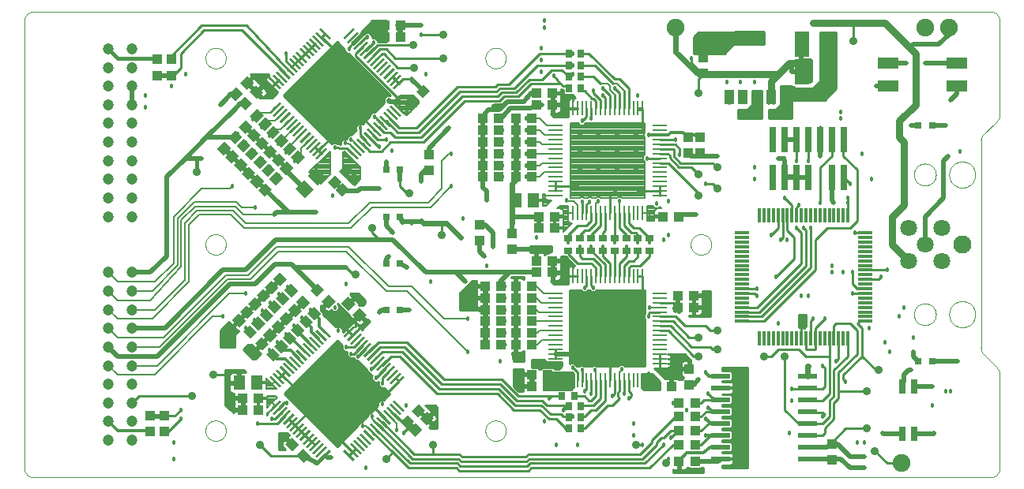
<source format=gtl>
G75*
G70*
%OFA0B0*%
%FSLAX24Y24*%
%IPPOS*%
%LPD*%
%AMOC8*
5,1,8,0,0,1.08239X$1,22.5*
%
%ADD10C,0.0000*%
%ADD11R,0.0610X0.0098*%
%ADD12R,0.0433X0.0394*%
%ADD13R,0.0512X0.0591*%
%ADD14R,0.0098X0.0610*%
%ADD15R,0.0394X0.0433*%
%ADD16R,0.0630X0.0118*%
%ADD17R,0.0118X0.0630*%
%ADD18R,0.0787X0.0236*%
%ADD19R,0.0315X0.0315*%
%ADD20R,0.0290X0.1100*%
%ADD21C,0.0472*%
%ADD22R,0.0870X0.0472*%
%ADD23R,0.0299X0.0630*%
%ADD24C,0.0709*%
%ADD25C,0.0768*%
%ADD26R,0.0394X0.0591*%
%ADD27R,0.1299X0.0591*%
%ADD28R,0.0276X0.0354*%
%ADD29R,0.0354X0.0276*%
%ADD30R,0.0630X0.1063*%
%ADD31C,0.0350*%
%ADD32C,0.0197*%
%ADD33C,0.0098*%
%ADD34C,0.0180*%
%ADD35C,0.0160*%
%ADD36C,0.0079*%
%ADD37C,0.0237*%
%ADD38C,0.0217*%
%ADD39C,0.0059*%
%ADD40C,0.0118*%
%ADD41C,0.0157*%
%ADD42C,0.0750*%
%ADD43C,0.0295*%
%ADD44C,0.0236*%
D10*
X003488Y003336D02*
X043842Y003336D01*
X043881Y003338D01*
X043919Y003344D01*
X043956Y003353D01*
X043993Y003366D01*
X044028Y003383D01*
X044061Y003402D01*
X044092Y003425D01*
X044121Y003451D01*
X044147Y003480D01*
X044170Y003511D01*
X044189Y003544D01*
X044206Y003579D01*
X044219Y003616D01*
X044228Y003653D01*
X044234Y003691D01*
X044236Y003730D01*
X044236Y007701D01*
X044121Y007979D02*
X043564Y008536D01*
X043449Y008814D02*
X043449Y017625D01*
X043506Y017764D02*
X044121Y018378D01*
X044236Y018657D02*
X044236Y022627D01*
X044234Y022666D01*
X044228Y022704D01*
X044219Y022741D01*
X044206Y022778D01*
X044189Y022813D01*
X044170Y022846D01*
X044147Y022877D01*
X044121Y022906D01*
X044092Y022932D01*
X044061Y022955D01*
X044028Y022974D01*
X043993Y022991D01*
X043956Y023004D01*
X043919Y023013D01*
X043881Y023019D01*
X043842Y023021D01*
X003488Y023021D01*
X003449Y023019D01*
X003411Y023013D01*
X003374Y023004D01*
X003337Y022991D01*
X003302Y022974D01*
X003269Y022955D01*
X003238Y022932D01*
X003209Y022906D01*
X003183Y022877D01*
X003160Y022846D01*
X003141Y022813D01*
X003124Y022778D01*
X003111Y022741D01*
X003102Y022704D01*
X003096Y022666D01*
X003094Y022627D01*
X003094Y003730D01*
X003096Y003691D01*
X003102Y003653D01*
X003111Y003616D01*
X003124Y003579D01*
X003141Y003544D01*
X003160Y003511D01*
X003183Y003480D01*
X003209Y003451D01*
X003238Y003425D01*
X003269Y003402D01*
X003302Y003383D01*
X003337Y003366D01*
X003374Y003353D01*
X003411Y003344D01*
X003449Y003338D01*
X003488Y003336D01*
X010732Y005305D02*
X010734Y005346D01*
X010740Y005387D01*
X010750Y005427D01*
X010763Y005466D01*
X010780Y005503D01*
X010801Y005539D01*
X010825Y005573D01*
X010852Y005604D01*
X010881Y005632D01*
X010914Y005658D01*
X010948Y005680D01*
X010985Y005699D01*
X011023Y005714D01*
X011063Y005726D01*
X011103Y005734D01*
X011144Y005738D01*
X011186Y005738D01*
X011227Y005734D01*
X011267Y005726D01*
X011307Y005714D01*
X011345Y005699D01*
X011381Y005680D01*
X011416Y005658D01*
X011449Y005632D01*
X011478Y005604D01*
X011505Y005573D01*
X011529Y005539D01*
X011550Y005503D01*
X011567Y005466D01*
X011580Y005427D01*
X011590Y005387D01*
X011596Y005346D01*
X011598Y005305D01*
X011596Y005264D01*
X011590Y005223D01*
X011580Y005183D01*
X011567Y005144D01*
X011550Y005107D01*
X011529Y005071D01*
X011505Y005037D01*
X011478Y005006D01*
X011449Y004978D01*
X011416Y004952D01*
X011382Y004930D01*
X011345Y004911D01*
X011307Y004896D01*
X011267Y004884D01*
X011227Y004876D01*
X011186Y004872D01*
X011144Y004872D01*
X011103Y004876D01*
X011063Y004884D01*
X011023Y004896D01*
X010985Y004911D01*
X010949Y004930D01*
X010914Y004952D01*
X010881Y004978D01*
X010852Y005006D01*
X010825Y005037D01*
X010801Y005071D01*
X010780Y005107D01*
X010763Y005144D01*
X010750Y005183D01*
X010740Y005223D01*
X010734Y005264D01*
X010732Y005305D01*
X022543Y005305D02*
X022545Y005346D01*
X022551Y005387D01*
X022561Y005427D01*
X022574Y005466D01*
X022591Y005503D01*
X022612Y005539D01*
X022636Y005573D01*
X022663Y005604D01*
X022692Y005632D01*
X022725Y005658D01*
X022759Y005680D01*
X022796Y005699D01*
X022834Y005714D01*
X022874Y005726D01*
X022914Y005734D01*
X022955Y005738D01*
X022997Y005738D01*
X023038Y005734D01*
X023078Y005726D01*
X023118Y005714D01*
X023156Y005699D01*
X023192Y005680D01*
X023227Y005658D01*
X023260Y005632D01*
X023289Y005604D01*
X023316Y005573D01*
X023340Y005539D01*
X023361Y005503D01*
X023378Y005466D01*
X023391Y005427D01*
X023401Y005387D01*
X023407Y005346D01*
X023409Y005305D01*
X023407Y005264D01*
X023401Y005223D01*
X023391Y005183D01*
X023378Y005144D01*
X023361Y005107D01*
X023340Y005071D01*
X023316Y005037D01*
X023289Y005006D01*
X023260Y004978D01*
X023227Y004952D01*
X023193Y004930D01*
X023156Y004911D01*
X023118Y004896D01*
X023078Y004884D01*
X023038Y004876D01*
X022997Y004872D01*
X022955Y004872D01*
X022914Y004876D01*
X022874Y004884D01*
X022834Y004896D01*
X022796Y004911D01*
X022760Y004930D01*
X022725Y004952D01*
X022692Y004978D01*
X022663Y005006D01*
X022636Y005037D01*
X022612Y005071D01*
X022591Y005107D01*
X022574Y005144D01*
X022561Y005183D01*
X022551Y005223D01*
X022545Y005264D01*
X022543Y005305D01*
X031204Y013179D02*
X031206Y013220D01*
X031212Y013261D01*
X031222Y013301D01*
X031235Y013340D01*
X031252Y013377D01*
X031273Y013413D01*
X031297Y013447D01*
X031324Y013478D01*
X031353Y013506D01*
X031386Y013532D01*
X031420Y013554D01*
X031457Y013573D01*
X031495Y013588D01*
X031535Y013600D01*
X031575Y013608D01*
X031616Y013612D01*
X031658Y013612D01*
X031699Y013608D01*
X031739Y013600D01*
X031779Y013588D01*
X031817Y013573D01*
X031853Y013554D01*
X031888Y013532D01*
X031921Y013506D01*
X031950Y013478D01*
X031977Y013447D01*
X032001Y013413D01*
X032022Y013377D01*
X032039Y013340D01*
X032052Y013301D01*
X032062Y013261D01*
X032068Y013220D01*
X032070Y013179D01*
X032068Y013138D01*
X032062Y013097D01*
X032052Y013057D01*
X032039Y013018D01*
X032022Y012981D01*
X032001Y012945D01*
X031977Y012911D01*
X031950Y012880D01*
X031921Y012852D01*
X031888Y012826D01*
X031854Y012804D01*
X031817Y012785D01*
X031779Y012770D01*
X031739Y012758D01*
X031699Y012750D01*
X031658Y012746D01*
X031616Y012746D01*
X031575Y012750D01*
X031535Y012758D01*
X031495Y012770D01*
X031457Y012785D01*
X031421Y012804D01*
X031386Y012826D01*
X031353Y012852D01*
X031324Y012880D01*
X031297Y012911D01*
X031273Y012945D01*
X031252Y012981D01*
X031235Y013018D01*
X031222Y013057D01*
X031212Y013097D01*
X031206Y013138D01*
X031204Y013179D01*
X040623Y016131D02*
X040625Y016174D01*
X040631Y016216D01*
X040641Y016258D01*
X040654Y016298D01*
X040672Y016337D01*
X040692Y016375D01*
X040717Y016410D01*
X040744Y016443D01*
X040774Y016473D01*
X040807Y016500D01*
X040842Y016525D01*
X040880Y016545D01*
X040919Y016563D01*
X040959Y016576D01*
X041001Y016586D01*
X041043Y016592D01*
X041086Y016594D01*
X041129Y016592D01*
X041171Y016586D01*
X041213Y016576D01*
X041253Y016563D01*
X041292Y016545D01*
X041330Y016525D01*
X041365Y016500D01*
X041398Y016473D01*
X041428Y016443D01*
X041455Y016410D01*
X041480Y016375D01*
X041500Y016337D01*
X041518Y016298D01*
X041531Y016258D01*
X041541Y016216D01*
X041547Y016174D01*
X041549Y016131D01*
X041547Y016088D01*
X041541Y016046D01*
X041531Y016004D01*
X041518Y015964D01*
X041500Y015925D01*
X041480Y015887D01*
X041455Y015852D01*
X041428Y015819D01*
X041398Y015789D01*
X041365Y015762D01*
X041330Y015737D01*
X041292Y015717D01*
X041253Y015699D01*
X041213Y015686D01*
X041171Y015676D01*
X041129Y015670D01*
X041086Y015668D01*
X041043Y015670D01*
X041001Y015676D01*
X040959Y015686D01*
X040919Y015699D01*
X040880Y015717D01*
X040842Y015737D01*
X040807Y015762D01*
X040774Y015789D01*
X040744Y015819D01*
X040717Y015852D01*
X040692Y015887D01*
X040672Y015925D01*
X040654Y015964D01*
X040641Y016004D01*
X040631Y016046D01*
X040625Y016088D01*
X040623Y016131D01*
X042110Y016131D02*
X042112Y016178D01*
X042118Y016224D01*
X042128Y016270D01*
X042141Y016315D01*
X042159Y016358D01*
X042180Y016400D01*
X042204Y016440D01*
X042232Y016477D01*
X042263Y016512D01*
X042297Y016545D01*
X042333Y016574D01*
X042372Y016600D01*
X042413Y016623D01*
X042456Y016642D01*
X042500Y016658D01*
X042545Y016670D01*
X042591Y016678D01*
X042638Y016682D01*
X042684Y016682D01*
X042731Y016678D01*
X042777Y016670D01*
X042822Y016658D01*
X042866Y016642D01*
X042909Y016623D01*
X042950Y016600D01*
X042989Y016574D01*
X043025Y016545D01*
X043059Y016512D01*
X043090Y016477D01*
X043118Y016440D01*
X043142Y016400D01*
X043163Y016358D01*
X043181Y016315D01*
X043194Y016270D01*
X043204Y016224D01*
X043210Y016178D01*
X043212Y016131D01*
X043210Y016084D01*
X043204Y016038D01*
X043194Y015992D01*
X043181Y015947D01*
X043163Y015904D01*
X043142Y015862D01*
X043118Y015822D01*
X043090Y015785D01*
X043059Y015750D01*
X043025Y015717D01*
X042989Y015688D01*
X042950Y015662D01*
X042909Y015639D01*
X042866Y015620D01*
X042822Y015604D01*
X042777Y015592D01*
X042731Y015584D01*
X042684Y015580D01*
X042638Y015580D01*
X042591Y015584D01*
X042545Y015592D01*
X042500Y015604D01*
X042456Y015620D01*
X042413Y015639D01*
X042372Y015662D01*
X042333Y015688D01*
X042297Y015717D01*
X042263Y015750D01*
X042232Y015785D01*
X042204Y015822D01*
X042180Y015862D01*
X042159Y015904D01*
X042141Y015947D01*
X042128Y015992D01*
X042118Y016038D01*
X042112Y016084D01*
X042110Y016131D01*
X043448Y017625D02*
X043450Y017651D01*
X043455Y017676D01*
X043463Y017700D01*
X043474Y017723D01*
X043489Y017745D01*
X043506Y017764D01*
X044121Y018378D02*
X044147Y018407D01*
X044170Y018438D01*
X044189Y018471D01*
X044206Y018506D01*
X044219Y018543D01*
X044228Y018580D01*
X044234Y018618D01*
X044236Y018657D01*
X042110Y010226D02*
X042112Y010273D01*
X042118Y010319D01*
X042128Y010365D01*
X042141Y010410D01*
X042159Y010453D01*
X042180Y010495D01*
X042204Y010535D01*
X042232Y010572D01*
X042263Y010607D01*
X042297Y010640D01*
X042333Y010669D01*
X042372Y010695D01*
X042413Y010718D01*
X042456Y010737D01*
X042500Y010753D01*
X042545Y010765D01*
X042591Y010773D01*
X042638Y010777D01*
X042684Y010777D01*
X042731Y010773D01*
X042777Y010765D01*
X042822Y010753D01*
X042866Y010737D01*
X042909Y010718D01*
X042950Y010695D01*
X042989Y010669D01*
X043025Y010640D01*
X043059Y010607D01*
X043090Y010572D01*
X043118Y010535D01*
X043142Y010495D01*
X043163Y010453D01*
X043181Y010410D01*
X043194Y010365D01*
X043204Y010319D01*
X043210Y010273D01*
X043212Y010226D01*
X043210Y010179D01*
X043204Y010133D01*
X043194Y010087D01*
X043181Y010042D01*
X043163Y009999D01*
X043142Y009957D01*
X043118Y009917D01*
X043090Y009880D01*
X043059Y009845D01*
X043025Y009812D01*
X042989Y009783D01*
X042950Y009757D01*
X042909Y009734D01*
X042866Y009715D01*
X042822Y009699D01*
X042777Y009687D01*
X042731Y009679D01*
X042684Y009675D01*
X042638Y009675D01*
X042591Y009679D01*
X042545Y009687D01*
X042500Y009699D01*
X042456Y009715D01*
X042413Y009734D01*
X042372Y009757D01*
X042333Y009783D01*
X042297Y009812D01*
X042263Y009845D01*
X042232Y009880D01*
X042204Y009917D01*
X042180Y009957D01*
X042159Y009999D01*
X042141Y010042D01*
X042128Y010087D01*
X042118Y010133D01*
X042112Y010179D01*
X042110Y010226D01*
X040623Y010226D02*
X040625Y010269D01*
X040631Y010311D01*
X040641Y010353D01*
X040654Y010393D01*
X040672Y010432D01*
X040692Y010470D01*
X040717Y010505D01*
X040744Y010538D01*
X040774Y010568D01*
X040807Y010595D01*
X040842Y010620D01*
X040880Y010640D01*
X040919Y010658D01*
X040959Y010671D01*
X041001Y010681D01*
X041043Y010687D01*
X041086Y010689D01*
X041129Y010687D01*
X041171Y010681D01*
X041213Y010671D01*
X041253Y010658D01*
X041292Y010640D01*
X041330Y010620D01*
X041365Y010595D01*
X041398Y010568D01*
X041428Y010538D01*
X041455Y010505D01*
X041480Y010470D01*
X041500Y010432D01*
X041518Y010393D01*
X041531Y010353D01*
X041541Y010311D01*
X041547Y010269D01*
X041549Y010226D01*
X041547Y010183D01*
X041541Y010141D01*
X041531Y010099D01*
X041518Y010059D01*
X041500Y010020D01*
X041480Y009982D01*
X041455Y009947D01*
X041428Y009914D01*
X041398Y009884D01*
X041365Y009857D01*
X041330Y009832D01*
X041292Y009812D01*
X041253Y009794D01*
X041213Y009781D01*
X041171Y009771D01*
X041129Y009765D01*
X041086Y009763D01*
X041043Y009765D01*
X041001Y009771D01*
X040959Y009781D01*
X040919Y009794D01*
X040880Y009812D01*
X040842Y009832D01*
X040807Y009857D01*
X040774Y009884D01*
X040744Y009914D01*
X040717Y009947D01*
X040692Y009982D01*
X040672Y010020D01*
X040654Y010059D01*
X040641Y010099D01*
X040631Y010141D01*
X040625Y010183D01*
X040623Y010226D01*
X043448Y008814D02*
X043450Y008775D01*
X043456Y008737D01*
X043465Y008700D01*
X043478Y008663D01*
X043495Y008628D01*
X043514Y008595D01*
X043537Y008564D01*
X043563Y008535D01*
X044121Y007980D02*
X044147Y007951D01*
X044170Y007920D01*
X044189Y007887D01*
X044206Y007852D01*
X044219Y007815D01*
X044228Y007778D01*
X044234Y007740D01*
X044236Y007701D01*
X022543Y021053D02*
X022545Y021094D01*
X022551Y021135D01*
X022561Y021175D01*
X022574Y021214D01*
X022591Y021251D01*
X022612Y021287D01*
X022636Y021321D01*
X022663Y021352D01*
X022692Y021380D01*
X022725Y021406D01*
X022759Y021428D01*
X022796Y021447D01*
X022834Y021462D01*
X022874Y021474D01*
X022914Y021482D01*
X022955Y021486D01*
X022997Y021486D01*
X023038Y021482D01*
X023078Y021474D01*
X023118Y021462D01*
X023156Y021447D01*
X023192Y021428D01*
X023227Y021406D01*
X023260Y021380D01*
X023289Y021352D01*
X023316Y021321D01*
X023340Y021287D01*
X023361Y021251D01*
X023378Y021214D01*
X023391Y021175D01*
X023401Y021135D01*
X023407Y021094D01*
X023409Y021053D01*
X023407Y021012D01*
X023401Y020971D01*
X023391Y020931D01*
X023378Y020892D01*
X023361Y020855D01*
X023340Y020819D01*
X023316Y020785D01*
X023289Y020754D01*
X023260Y020726D01*
X023227Y020700D01*
X023193Y020678D01*
X023156Y020659D01*
X023118Y020644D01*
X023078Y020632D01*
X023038Y020624D01*
X022997Y020620D01*
X022955Y020620D01*
X022914Y020624D01*
X022874Y020632D01*
X022834Y020644D01*
X022796Y020659D01*
X022760Y020678D01*
X022725Y020700D01*
X022692Y020726D01*
X022663Y020754D01*
X022636Y020785D01*
X022612Y020819D01*
X022591Y020855D01*
X022574Y020892D01*
X022561Y020931D01*
X022551Y020971D01*
X022545Y021012D01*
X022543Y021053D01*
X010732Y021053D02*
X010734Y021094D01*
X010740Y021135D01*
X010750Y021175D01*
X010763Y021214D01*
X010780Y021251D01*
X010801Y021287D01*
X010825Y021321D01*
X010852Y021352D01*
X010881Y021380D01*
X010914Y021406D01*
X010948Y021428D01*
X010985Y021447D01*
X011023Y021462D01*
X011063Y021474D01*
X011103Y021482D01*
X011144Y021486D01*
X011186Y021486D01*
X011227Y021482D01*
X011267Y021474D01*
X011307Y021462D01*
X011345Y021447D01*
X011381Y021428D01*
X011416Y021406D01*
X011449Y021380D01*
X011478Y021352D01*
X011505Y021321D01*
X011529Y021287D01*
X011550Y021251D01*
X011567Y021214D01*
X011580Y021175D01*
X011590Y021135D01*
X011596Y021094D01*
X011598Y021053D01*
X011596Y021012D01*
X011590Y020971D01*
X011580Y020931D01*
X011567Y020892D01*
X011550Y020855D01*
X011529Y020819D01*
X011505Y020785D01*
X011478Y020754D01*
X011449Y020726D01*
X011416Y020700D01*
X011382Y020678D01*
X011345Y020659D01*
X011307Y020644D01*
X011267Y020632D01*
X011227Y020624D01*
X011186Y020620D01*
X011144Y020620D01*
X011103Y020624D01*
X011063Y020632D01*
X011023Y020644D01*
X010985Y020659D01*
X010949Y020678D01*
X010914Y020700D01*
X010881Y020726D01*
X010852Y020754D01*
X010825Y020785D01*
X010801Y020819D01*
X010780Y020855D01*
X010763Y020892D01*
X010750Y020931D01*
X010740Y020971D01*
X010734Y021012D01*
X010732Y021053D01*
X010732Y013179D02*
X010734Y013220D01*
X010740Y013261D01*
X010750Y013301D01*
X010763Y013340D01*
X010780Y013377D01*
X010801Y013413D01*
X010825Y013447D01*
X010852Y013478D01*
X010881Y013506D01*
X010914Y013532D01*
X010948Y013554D01*
X010985Y013573D01*
X011023Y013588D01*
X011063Y013600D01*
X011103Y013608D01*
X011144Y013612D01*
X011186Y013612D01*
X011227Y013608D01*
X011267Y013600D01*
X011307Y013588D01*
X011345Y013573D01*
X011381Y013554D01*
X011416Y013532D01*
X011449Y013506D01*
X011478Y013478D01*
X011505Y013447D01*
X011529Y013413D01*
X011550Y013377D01*
X011567Y013340D01*
X011580Y013301D01*
X011590Y013261D01*
X011596Y013220D01*
X011598Y013179D01*
X011596Y013138D01*
X011590Y013097D01*
X011580Y013057D01*
X011567Y013018D01*
X011550Y012981D01*
X011529Y012945D01*
X011505Y012911D01*
X011478Y012880D01*
X011449Y012852D01*
X011416Y012826D01*
X011382Y012804D01*
X011345Y012785D01*
X011307Y012770D01*
X011267Y012758D01*
X011227Y012750D01*
X011186Y012746D01*
X011144Y012746D01*
X011103Y012750D01*
X011063Y012758D01*
X011023Y012770D01*
X010985Y012785D01*
X010949Y012804D01*
X010914Y012826D01*
X010881Y012852D01*
X010852Y012880D01*
X010825Y012911D01*
X010801Y012945D01*
X010780Y012981D01*
X010763Y013018D01*
X010750Y013057D01*
X010740Y013097D01*
X010734Y013138D01*
X010732Y013179D01*
D11*
G36*
X015810Y009093D02*
X015379Y009524D01*
X015448Y009593D01*
X015879Y009162D01*
X015810Y009093D01*
G37*
G36*
X015671Y008954D02*
X015240Y009385D01*
X015309Y009454D01*
X015740Y009023D01*
X015671Y008954D01*
G37*
G36*
X015532Y008815D02*
X015101Y009246D01*
X015170Y009315D01*
X015601Y008884D01*
X015532Y008815D01*
G37*
G36*
X015392Y008676D02*
X014961Y009107D01*
X015030Y009176D01*
X015461Y008745D01*
X015392Y008676D01*
G37*
G36*
X015253Y008536D02*
X014822Y008967D01*
X014891Y009036D01*
X015322Y008605D01*
X015253Y008536D01*
G37*
G36*
X015114Y008397D02*
X014683Y008828D01*
X014752Y008897D01*
X015183Y008466D01*
X015114Y008397D01*
G37*
G36*
X014975Y008258D02*
X014544Y008689D01*
X014613Y008758D01*
X015044Y008327D01*
X014975Y008258D01*
G37*
G36*
X014836Y008119D02*
X014405Y008550D01*
X014474Y008619D01*
X014905Y008188D01*
X014836Y008119D01*
G37*
G36*
X014696Y007980D02*
X014265Y008411D01*
X014334Y008480D01*
X014765Y008049D01*
X014696Y007980D01*
G37*
G36*
X014557Y007840D02*
X014126Y008271D01*
X014195Y008340D01*
X014626Y007909D01*
X014557Y007840D01*
G37*
G36*
X014418Y007701D02*
X013987Y008132D01*
X014056Y008201D01*
X014487Y007770D01*
X014418Y007701D01*
G37*
G36*
X014279Y007562D02*
X013848Y007993D01*
X013917Y008062D01*
X014348Y007631D01*
X014279Y007562D01*
G37*
G36*
X014140Y007423D02*
X013709Y007854D01*
X013778Y007923D01*
X014209Y007492D01*
X014140Y007423D01*
G37*
G36*
X014000Y007284D02*
X013569Y007715D01*
X013638Y007784D01*
X014069Y007353D01*
X014000Y007284D01*
G37*
G36*
X013861Y007144D02*
X013430Y007575D01*
X013499Y007644D01*
X013930Y007213D01*
X013861Y007144D01*
G37*
G36*
X013930Y006545D02*
X013499Y006114D01*
X013430Y006183D01*
X013861Y006614D01*
X013930Y006545D01*
G37*
G36*
X014069Y006406D02*
X013638Y005975D01*
X013569Y006044D01*
X014000Y006475D01*
X014069Y006406D01*
G37*
G36*
X014209Y006267D02*
X013778Y005836D01*
X013709Y005905D01*
X014140Y006336D01*
X014209Y006267D01*
G37*
G36*
X014348Y006128D02*
X013917Y005697D01*
X013848Y005766D01*
X014279Y006197D01*
X014348Y006128D01*
G37*
G36*
X014487Y005989D02*
X014056Y005558D01*
X013987Y005627D01*
X014418Y006058D01*
X014487Y005989D01*
G37*
G36*
X014626Y005849D02*
X014195Y005418D01*
X014126Y005487D01*
X014557Y005918D01*
X014626Y005849D01*
G37*
G36*
X014765Y005710D02*
X014334Y005279D01*
X014265Y005348D01*
X014696Y005779D01*
X014765Y005710D01*
G37*
G36*
X014905Y005571D02*
X014474Y005140D01*
X014405Y005209D01*
X014836Y005640D01*
X014905Y005571D01*
G37*
G36*
X015044Y005432D02*
X014613Y005001D01*
X014544Y005070D01*
X014975Y005501D01*
X015044Y005432D01*
G37*
G36*
X015183Y005293D02*
X014752Y004862D01*
X014683Y004931D01*
X015114Y005362D01*
X015183Y005293D01*
G37*
G36*
X015322Y005153D02*
X014891Y004722D01*
X014822Y004791D01*
X015253Y005222D01*
X015322Y005153D01*
G37*
G36*
X015461Y005014D02*
X015030Y004583D01*
X014961Y004652D01*
X015392Y005083D01*
X015461Y005014D01*
G37*
G36*
X015601Y004875D02*
X015170Y004444D01*
X015101Y004513D01*
X015532Y004944D01*
X015601Y004875D01*
G37*
G36*
X015740Y004736D02*
X015309Y004305D01*
X015240Y004374D01*
X015671Y004805D01*
X015740Y004736D01*
G37*
G36*
X015879Y004597D02*
X015448Y004166D01*
X015379Y004235D01*
X015810Y004666D01*
X015879Y004597D01*
G37*
G36*
X016018Y004457D02*
X015587Y004026D01*
X015518Y004095D01*
X015949Y004526D01*
X016018Y004457D01*
G37*
G36*
X016617Y004526D02*
X017048Y004095D01*
X016979Y004026D01*
X016548Y004457D01*
X016617Y004526D01*
G37*
G36*
X016756Y004666D02*
X017187Y004235D01*
X017118Y004166D01*
X016687Y004597D01*
X016756Y004666D01*
G37*
G36*
X016896Y004805D02*
X017327Y004374D01*
X017258Y004305D01*
X016827Y004736D01*
X016896Y004805D01*
G37*
G36*
X017035Y004944D02*
X017466Y004513D01*
X017397Y004444D01*
X016966Y004875D01*
X017035Y004944D01*
G37*
G36*
X017174Y005083D02*
X017605Y004652D01*
X017536Y004583D01*
X017105Y005014D01*
X017174Y005083D01*
G37*
G36*
X017313Y005222D02*
X017744Y004791D01*
X017675Y004722D01*
X017244Y005153D01*
X017313Y005222D01*
G37*
G36*
X017452Y005362D02*
X017883Y004931D01*
X017814Y004862D01*
X017383Y005293D01*
X017452Y005362D01*
G37*
G36*
X017592Y005501D02*
X018023Y005070D01*
X017954Y005001D01*
X017523Y005432D01*
X017592Y005501D01*
G37*
G36*
X017731Y005640D02*
X018162Y005209D01*
X018093Y005140D01*
X017662Y005571D01*
X017731Y005640D01*
G37*
G36*
X017870Y005779D02*
X018301Y005348D01*
X018232Y005279D01*
X017801Y005710D01*
X017870Y005779D01*
G37*
G36*
X018009Y005918D02*
X018440Y005487D01*
X018371Y005418D01*
X017940Y005849D01*
X018009Y005918D01*
G37*
G36*
X018148Y006058D02*
X018579Y005627D01*
X018510Y005558D01*
X018079Y005989D01*
X018148Y006058D01*
G37*
G36*
X018287Y006197D02*
X018718Y005766D01*
X018649Y005697D01*
X018218Y006128D01*
X018287Y006197D01*
G37*
G36*
X018427Y006336D02*
X018858Y005905D01*
X018789Y005836D01*
X018358Y006267D01*
X018427Y006336D01*
G37*
G36*
X018566Y006475D02*
X018997Y006044D01*
X018928Y005975D01*
X018497Y006406D01*
X018566Y006475D01*
G37*
G36*
X018705Y006614D02*
X019136Y006183D01*
X019067Y006114D01*
X018636Y006545D01*
X018705Y006614D01*
G37*
G36*
X018636Y007213D02*
X019067Y007644D01*
X019136Y007575D01*
X018705Y007144D01*
X018636Y007213D01*
G37*
G36*
X018497Y007353D02*
X018928Y007784D01*
X018997Y007715D01*
X018566Y007284D01*
X018497Y007353D01*
G37*
G36*
X018358Y007492D02*
X018789Y007923D01*
X018858Y007854D01*
X018427Y007423D01*
X018358Y007492D01*
G37*
G36*
X018218Y007631D02*
X018649Y008062D01*
X018718Y007993D01*
X018287Y007562D01*
X018218Y007631D01*
G37*
G36*
X018079Y007770D02*
X018510Y008201D01*
X018579Y008132D01*
X018148Y007701D01*
X018079Y007770D01*
G37*
G36*
X017940Y007909D02*
X018371Y008340D01*
X018440Y008271D01*
X018009Y007840D01*
X017940Y007909D01*
G37*
G36*
X017801Y008049D02*
X018232Y008480D01*
X018301Y008411D01*
X017870Y007980D01*
X017801Y008049D01*
G37*
G36*
X017662Y008188D02*
X018093Y008619D01*
X018162Y008550D01*
X017731Y008119D01*
X017662Y008188D01*
G37*
G36*
X017523Y008327D02*
X017954Y008758D01*
X018023Y008689D01*
X017592Y008258D01*
X017523Y008327D01*
G37*
G36*
X017383Y008466D02*
X017814Y008897D01*
X017883Y008828D01*
X017452Y008397D01*
X017383Y008466D01*
G37*
G36*
X017244Y008605D02*
X017675Y009036D01*
X017744Y008967D01*
X017313Y008536D01*
X017244Y008605D01*
G37*
G36*
X017105Y008745D02*
X017536Y009176D01*
X017605Y009107D01*
X017174Y008676D01*
X017105Y008745D01*
G37*
G36*
X016966Y008884D02*
X017397Y009315D01*
X017466Y009246D01*
X017035Y008815D01*
X016966Y008884D01*
G37*
G36*
X016827Y009023D02*
X017258Y009454D01*
X017327Y009385D01*
X016896Y008954D01*
X016827Y009023D01*
G37*
G36*
X016687Y009162D02*
X017118Y009593D01*
X017187Y009524D01*
X016756Y009093D01*
X016687Y009162D01*
G37*
G36*
X016548Y009301D02*
X016979Y009732D01*
X017048Y009663D01*
X016617Y009232D01*
X016548Y009301D01*
G37*
G36*
X015949Y009232D02*
X015518Y009663D01*
X015587Y009732D01*
X016018Y009301D01*
X015949Y009232D01*
G37*
X025496Y009143D03*
X025496Y008946D03*
X025496Y008749D03*
X025496Y008553D03*
X025496Y008356D03*
X025496Y008159D03*
X025496Y009340D03*
X025496Y009537D03*
X025496Y009734D03*
X025496Y009931D03*
X025496Y010127D03*
X025496Y010324D03*
X025496Y010521D03*
X025496Y010718D03*
X025496Y010915D03*
X025496Y011112D03*
X029905Y011112D03*
X029905Y010915D03*
X029905Y010718D03*
X029905Y010521D03*
X029905Y010324D03*
X029905Y010127D03*
X029905Y009931D03*
X029905Y009734D03*
X029905Y009537D03*
X029905Y009340D03*
X029905Y009143D03*
X029905Y008946D03*
X029905Y008749D03*
X029905Y008553D03*
X029905Y008356D03*
X029905Y008159D03*
X029905Y015246D03*
X029905Y015442D03*
X029905Y015639D03*
X029905Y015836D03*
X029905Y016033D03*
X029905Y016230D03*
X029905Y016427D03*
X029905Y016623D03*
X029905Y016820D03*
X029905Y017017D03*
X029905Y017214D03*
X029905Y017411D03*
X029905Y017608D03*
X029905Y017805D03*
X029905Y018001D03*
X029905Y018198D03*
X025496Y018198D03*
X025496Y018001D03*
X025496Y017805D03*
X025496Y017608D03*
X025496Y017411D03*
X025496Y017214D03*
X025496Y017017D03*
X025496Y016820D03*
X025496Y016623D03*
X025496Y016427D03*
X025496Y016230D03*
X025496Y016033D03*
X025496Y015836D03*
X025496Y015639D03*
X025496Y015442D03*
X025496Y015246D03*
G36*
X018705Y019213D02*
X019136Y018782D01*
X019067Y018713D01*
X018636Y019144D01*
X018705Y019213D01*
G37*
G36*
X018566Y019074D02*
X018997Y018643D01*
X018928Y018574D01*
X018497Y019005D01*
X018566Y019074D01*
G37*
G36*
X018427Y018934D02*
X018858Y018503D01*
X018789Y018434D01*
X018358Y018865D01*
X018427Y018934D01*
G37*
G36*
X018287Y018795D02*
X018718Y018364D01*
X018649Y018295D01*
X018218Y018726D01*
X018287Y018795D01*
G37*
G36*
X018148Y018656D02*
X018579Y018225D01*
X018510Y018156D01*
X018079Y018587D01*
X018148Y018656D01*
G37*
G36*
X018009Y018517D02*
X018440Y018086D01*
X018371Y018017D01*
X017940Y018448D01*
X018009Y018517D01*
G37*
G36*
X017870Y018378D02*
X018301Y017947D01*
X018232Y017878D01*
X017801Y018309D01*
X017870Y018378D01*
G37*
G36*
X017731Y018238D02*
X018162Y017807D01*
X018093Y017738D01*
X017662Y018169D01*
X017731Y018238D01*
G37*
G36*
X017592Y018099D02*
X018023Y017668D01*
X017954Y017599D01*
X017523Y018030D01*
X017592Y018099D01*
G37*
G36*
X017452Y017960D02*
X017883Y017529D01*
X017814Y017460D01*
X017383Y017891D01*
X017452Y017960D01*
G37*
G36*
X017313Y017821D02*
X017744Y017390D01*
X017675Y017321D01*
X017244Y017752D01*
X017313Y017821D01*
G37*
G36*
X017174Y017682D02*
X017605Y017251D01*
X017536Y017182D01*
X017105Y017613D01*
X017174Y017682D01*
G37*
G36*
X017035Y017542D02*
X017466Y017111D01*
X017397Y017042D01*
X016966Y017473D01*
X017035Y017542D01*
G37*
G36*
X016896Y017403D02*
X017327Y016972D01*
X017258Y016903D01*
X016827Y017334D01*
X016896Y017403D01*
G37*
G36*
X016756Y017264D02*
X017187Y016833D01*
X017118Y016764D01*
X016687Y017195D01*
X016756Y017264D01*
G37*
G36*
X016617Y017125D02*
X017048Y016694D01*
X016979Y016625D01*
X016548Y017056D01*
X016617Y017125D01*
G37*
G36*
X016018Y017056D02*
X015587Y016625D01*
X015518Y016694D01*
X015949Y017125D01*
X016018Y017056D01*
G37*
G36*
X015879Y017195D02*
X015448Y016764D01*
X015379Y016833D01*
X015810Y017264D01*
X015879Y017195D01*
G37*
G36*
X015740Y017334D02*
X015309Y016903D01*
X015240Y016972D01*
X015671Y017403D01*
X015740Y017334D01*
G37*
G36*
X015601Y017473D02*
X015170Y017042D01*
X015101Y017111D01*
X015532Y017542D01*
X015601Y017473D01*
G37*
G36*
X015461Y017613D02*
X015030Y017182D01*
X014961Y017251D01*
X015392Y017682D01*
X015461Y017613D01*
G37*
G36*
X015322Y017752D02*
X014891Y017321D01*
X014822Y017390D01*
X015253Y017821D01*
X015322Y017752D01*
G37*
G36*
X015183Y017891D02*
X014752Y017460D01*
X014683Y017529D01*
X015114Y017960D01*
X015183Y017891D01*
G37*
G36*
X015044Y018030D02*
X014613Y017599D01*
X014544Y017668D01*
X014975Y018099D01*
X015044Y018030D01*
G37*
G36*
X014905Y018169D02*
X014474Y017738D01*
X014405Y017807D01*
X014836Y018238D01*
X014905Y018169D01*
G37*
G36*
X014765Y018309D02*
X014334Y017878D01*
X014265Y017947D01*
X014696Y018378D01*
X014765Y018309D01*
G37*
G36*
X014626Y018448D02*
X014195Y018017D01*
X014126Y018086D01*
X014557Y018517D01*
X014626Y018448D01*
G37*
G36*
X014487Y018587D02*
X014056Y018156D01*
X013987Y018225D01*
X014418Y018656D01*
X014487Y018587D01*
G37*
G36*
X014348Y018726D02*
X013917Y018295D01*
X013848Y018364D01*
X014279Y018795D01*
X014348Y018726D01*
G37*
G36*
X014209Y018865D02*
X013778Y018434D01*
X013709Y018503D01*
X014140Y018934D01*
X014209Y018865D01*
G37*
G36*
X014069Y019005D02*
X013638Y018574D01*
X013569Y018643D01*
X014000Y019074D01*
X014069Y019005D01*
G37*
G36*
X013930Y019144D02*
X013499Y018713D01*
X013430Y018782D01*
X013861Y019213D01*
X013930Y019144D01*
G37*
G36*
X013861Y019743D02*
X013430Y020174D01*
X013499Y020243D01*
X013930Y019812D01*
X013861Y019743D01*
G37*
G36*
X014000Y019882D02*
X013569Y020313D01*
X013638Y020382D01*
X014069Y019951D01*
X014000Y019882D01*
G37*
G36*
X014140Y020021D02*
X013709Y020452D01*
X013778Y020521D01*
X014209Y020090D01*
X014140Y020021D01*
G37*
G36*
X014279Y020160D02*
X013848Y020591D01*
X013917Y020660D01*
X014348Y020229D01*
X014279Y020160D01*
G37*
G36*
X014418Y020300D02*
X013987Y020731D01*
X014056Y020800D01*
X014487Y020369D01*
X014418Y020300D01*
G37*
G36*
X014557Y020439D02*
X014126Y020870D01*
X014195Y020939D01*
X014626Y020508D01*
X014557Y020439D01*
G37*
G36*
X014696Y020578D02*
X014265Y021009D01*
X014334Y021078D01*
X014765Y020647D01*
X014696Y020578D01*
G37*
G36*
X014836Y020717D02*
X014405Y021148D01*
X014474Y021217D01*
X014905Y020786D01*
X014836Y020717D01*
G37*
G36*
X014975Y020856D02*
X014544Y021287D01*
X014613Y021356D01*
X015044Y020925D01*
X014975Y020856D01*
G37*
G36*
X015114Y020996D02*
X014683Y021427D01*
X014752Y021496D01*
X015183Y021065D01*
X015114Y020996D01*
G37*
G36*
X015253Y021135D02*
X014822Y021566D01*
X014891Y021635D01*
X015322Y021204D01*
X015253Y021135D01*
G37*
G36*
X015392Y021274D02*
X014961Y021705D01*
X015030Y021774D01*
X015461Y021343D01*
X015392Y021274D01*
G37*
G36*
X015532Y021413D02*
X015101Y021844D01*
X015170Y021913D01*
X015601Y021482D01*
X015532Y021413D01*
G37*
G36*
X015671Y021552D02*
X015240Y021983D01*
X015309Y022052D01*
X015740Y021621D01*
X015671Y021552D01*
G37*
G36*
X015810Y021691D02*
X015379Y022122D01*
X015448Y022191D01*
X015879Y021760D01*
X015810Y021691D01*
G37*
G36*
X015949Y021831D02*
X015518Y022262D01*
X015587Y022331D01*
X016018Y021900D01*
X015949Y021831D01*
G37*
G36*
X016548Y021900D02*
X016979Y022331D01*
X017048Y022262D01*
X016617Y021831D01*
X016548Y021900D01*
G37*
G36*
X016687Y021760D02*
X017118Y022191D01*
X017187Y022122D01*
X016756Y021691D01*
X016687Y021760D01*
G37*
G36*
X016827Y021621D02*
X017258Y022052D01*
X017327Y021983D01*
X016896Y021552D01*
X016827Y021621D01*
G37*
G36*
X016966Y021482D02*
X017397Y021913D01*
X017466Y021844D01*
X017035Y021413D01*
X016966Y021482D01*
G37*
G36*
X017105Y021343D02*
X017536Y021774D01*
X017605Y021705D01*
X017174Y021274D01*
X017105Y021343D01*
G37*
G36*
X017244Y021204D02*
X017675Y021635D01*
X017744Y021566D01*
X017313Y021135D01*
X017244Y021204D01*
G37*
G36*
X017383Y021065D02*
X017814Y021496D01*
X017883Y021427D01*
X017452Y020996D01*
X017383Y021065D01*
G37*
G36*
X017523Y020925D02*
X017954Y021356D01*
X018023Y021287D01*
X017592Y020856D01*
X017523Y020925D01*
G37*
G36*
X017662Y020786D02*
X018093Y021217D01*
X018162Y021148D01*
X017731Y020717D01*
X017662Y020786D01*
G37*
G36*
X017801Y020647D02*
X018232Y021078D01*
X018301Y021009D01*
X017870Y020578D01*
X017801Y020647D01*
G37*
G36*
X017940Y020508D02*
X018371Y020939D01*
X018440Y020870D01*
X018009Y020439D01*
X017940Y020508D01*
G37*
G36*
X018079Y020369D02*
X018510Y020800D01*
X018579Y020731D01*
X018148Y020300D01*
X018079Y020369D01*
G37*
G36*
X018218Y020229D02*
X018649Y020660D01*
X018718Y020591D01*
X018287Y020160D01*
X018218Y020229D01*
G37*
G36*
X018358Y020090D02*
X018789Y020521D01*
X018858Y020452D01*
X018427Y020021D01*
X018358Y020090D01*
G37*
G36*
X018497Y019951D02*
X018928Y020382D01*
X018997Y020313D01*
X018566Y019882D01*
X018497Y019951D01*
G37*
G36*
X018636Y019812D02*
X019067Y020243D01*
X019136Y020174D01*
X018705Y019743D01*
X018636Y019812D01*
G37*
D12*
G36*
X019741Y019204D02*
X019436Y018899D01*
X019157Y019178D01*
X019462Y019483D01*
X019741Y019204D01*
G37*
G36*
X020215Y019677D02*
X019910Y019372D01*
X019631Y019651D01*
X019936Y019956D01*
X020215Y019677D01*
G37*
X022445Y018494D03*
X022445Y018001D03*
X023114Y018001D03*
X023114Y018494D03*
X023823Y018494D03*
X023823Y018001D03*
X024492Y018001D03*
X024492Y018494D03*
X024492Y017509D03*
X024492Y017017D03*
X023823Y017017D03*
X023823Y017509D03*
X023114Y017509D03*
X023114Y017017D03*
X022445Y017017D03*
X022445Y017509D03*
X022445Y016525D03*
X023114Y016525D03*
X023114Y016033D03*
X022445Y016033D03*
X023823Y016033D03*
X024492Y016033D03*
X024492Y016525D03*
X023823Y016525D03*
X024807Y014360D03*
X025476Y014360D03*
X025476Y013868D03*
X024807Y013868D03*
X024708Y012490D03*
X025378Y012490D03*
X024492Y011407D03*
X024492Y010915D03*
X023823Y010915D03*
X023823Y011407D03*
X023212Y011407D03*
X023212Y010915D03*
X023212Y010423D03*
X023212Y009931D03*
X023823Y009931D03*
X023823Y010423D03*
X024492Y010423D03*
X024492Y009931D03*
X024492Y009438D03*
X023823Y009438D03*
X023212Y009438D03*
X023212Y008946D03*
X023823Y008946D03*
X024492Y008946D03*
X024511Y007667D03*
X024511Y007175D03*
X025181Y007175D03*
X025181Y007667D03*
X022543Y008946D03*
X022543Y009438D03*
X022543Y009931D03*
X022543Y010423D03*
X022543Y010915D03*
X022543Y011407D03*
X022287Y013336D03*
X022287Y014005D03*
G36*
X016687Y015951D02*
X016992Y016256D01*
X017271Y015977D01*
X016966Y015672D01*
X016687Y015951D01*
G37*
G36*
X016368Y016271D02*
X016673Y016576D01*
X016952Y016297D01*
X016647Y015992D01*
X016368Y016271D01*
G37*
G36*
X015895Y015797D02*
X016200Y016102D01*
X016479Y015823D01*
X016174Y015518D01*
X015895Y015797D01*
G37*
G36*
X016214Y015478D02*
X016519Y015783D01*
X016798Y015504D01*
X016493Y015199D01*
X016214Y015478D01*
G37*
G36*
X014338Y016864D02*
X014643Y017169D01*
X014922Y016890D01*
X014617Y016585D01*
X014338Y016864D01*
G37*
G36*
X013990Y017212D02*
X014295Y017517D01*
X014574Y017238D01*
X014269Y016933D01*
X013990Y017212D01*
G37*
G36*
X013642Y017560D02*
X013947Y017865D01*
X014226Y017586D01*
X013921Y017281D01*
X013642Y017560D01*
G37*
G36*
X013169Y017087D02*
X013474Y017392D01*
X013753Y017113D01*
X013448Y016808D01*
X013169Y017087D01*
G37*
G36*
X012821Y017435D02*
X013126Y017740D01*
X013405Y017461D01*
X013100Y017156D01*
X012821Y017435D01*
G37*
G36*
X012473Y017783D02*
X012778Y018088D01*
X013057Y017809D01*
X012752Y017504D01*
X012473Y017783D01*
G37*
G36*
X012125Y018131D02*
X012430Y018436D01*
X012709Y018157D01*
X012404Y017852D01*
X012125Y018131D01*
G37*
G36*
X011693Y017699D02*
X011998Y018004D01*
X012277Y017725D01*
X011972Y017420D01*
X011693Y017699D01*
G37*
G36*
X012041Y017351D02*
X012346Y017656D01*
X012625Y017377D01*
X012320Y017072D01*
X012041Y017351D01*
G37*
G36*
X011220Y017226D02*
X011525Y017531D01*
X011804Y017252D01*
X011499Y016947D01*
X011220Y017226D01*
G37*
G36*
X011568Y016878D02*
X011873Y017183D01*
X012152Y016904D01*
X011847Y016599D01*
X011568Y016878D01*
G37*
G36*
X011916Y016530D02*
X012221Y016835D01*
X012500Y016556D01*
X012195Y016251D01*
X011916Y016530D01*
G37*
G36*
X012264Y016182D02*
X012569Y016487D01*
X012848Y016208D01*
X012543Y015903D01*
X012264Y016182D01*
G37*
G36*
X012612Y015834D02*
X012917Y016139D01*
X013196Y015860D01*
X012891Y015555D01*
X012612Y015834D01*
G37*
G36*
X012960Y015486D02*
X013265Y015791D01*
X013544Y015512D01*
X013239Y015207D01*
X012960Y015486D01*
G37*
G36*
X013433Y015959D02*
X013738Y016264D01*
X014017Y015985D01*
X013712Y015680D01*
X013433Y015959D01*
G37*
G36*
X013085Y016307D02*
X013390Y016612D01*
X013669Y016333D01*
X013364Y016028D01*
X013085Y016307D01*
G37*
G36*
X012737Y016655D02*
X013042Y016960D01*
X013321Y016681D01*
X013016Y016376D01*
X012737Y016655D01*
G37*
G36*
X012389Y017003D02*
X012694Y017308D01*
X012973Y017029D01*
X012668Y016724D01*
X012389Y017003D01*
G37*
G36*
X013517Y016739D02*
X013822Y017044D01*
X014101Y016765D01*
X013796Y016460D01*
X013517Y016739D01*
G37*
G36*
X013865Y016391D02*
X014170Y016696D01*
X014449Y016417D01*
X014144Y016112D01*
X013865Y016391D01*
G37*
G36*
X013294Y017908D02*
X013599Y018213D01*
X013878Y017934D01*
X013573Y017629D01*
X013294Y017908D01*
G37*
G36*
X012946Y018256D02*
X013251Y018561D01*
X013530Y018282D01*
X013225Y017977D01*
X012946Y018256D01*
G37*
G36*
X012598Y018604D02*
X012903Y018909D01*
X013182Y018630D01*
X012877Y018325D01*
X012598Y018604D01*
G37*
G36*
X011719Y019523D02*
X012024Y019828D01*
X012303Y019549D01*
X011998Y019244D01*
X011719Y019523D01*
G37*
G36*
X012192Y019997D02*
X012497Y020302D01*
X012776Y020023D01*
X012471Y019718D01*
X012192Y019997D01*
G37*
X009295Y020324D03*
X008704Y020324D03*
X008704Y020994D03*
X009295Y020994D03*
X018311Y021938D03*
X018311Y022431D03*
X018980Y022431D03*
X018980Y021938D03*
X024708Y019576D03*
X025378Y019576D03*
X030023Y014360D03*
X030693Y014360D03*
X030663Y011013D03*
X030663Y010521D03*
X031332Y010521D03*
X031332Y011013D03*
X030397Y007175D03*
X029728Y007175D03*
X030712Y004005D03*
X031382Y004005D03*
G36*
X020355Y005833D02*
X020050Y005528D01*
X019771Y005807D01*
X020076Y006112D01*
X020355Y005833D01*
G37*
G36*
X020007Y006181D02*
X019702Y005876D01*
X019423Y006155D01*
X019728Y006460D01*
X020007Y006181D01*
G37*
G36*
X019534Y005707D02*
X019229Y005402D01*
X018950Y005681D01*
X019255Y005986D01*
X019534Y005707D01*
G37*
G36*
X019882Y005359D02*
X019577Y005054D01*
X019298Y005333D01*
X019603Y005638D01*
X019882Y005359D01*
G37*
G36*
X014851Y004544D02*
X015156Y004239D01*
X014877Y003960D01*
X014572Y004265D01*
X014851Y004544D01*
G37*
G36*
X014378Y005017D02*
X014683Y004712D01*
X014404Y004433D01*
X014099Y004738D01*
X014378Y005017D01*
G37*
X012976Y006190D03*
X012976Y006683D03*
X012307Y006683D03*
X012307Y006190D03*
X009000Y005934D03*
X008409Y005934D03*
X008409Y005265D03*
X009000Y005265D03*
G36*
X013571Y008815D02*
X013876Y008510D01*
X013597Y008231D01*
X013292Y008536D01*
X013571Y008815D01*
G37*
G36*
X013919Y009163D02*
X014224Y008858D01*
X013945Y008579D01*
X013640Y008884D01*
X013919Y009163D01*
G37*
G36*
X014267Y009511D02*
X014572Y009206D01*
X014293Y008927D01*
X013988Y009232D01*
X014267Y009511D01*
G37*
G36*
X014615Y009859D02*
X014920Y009554D01*
X014641Y009275D01*
X014336Y009580D01*
X014615Y009859D01*
G37*
G36*
X014963Y010207D02*
X015268Y009902D01*
X014989Y009623D01*
X014684Y009928D01*
X014963Y010207D01*
G37*
G36*
X015311Y010555D02*
X015616Y010250D01*
X015337Y009971D01*
X015032Y010276D01*
X015311Y010555D01*
G37*
G36*
X014838Y011028D02*
X015143Y010723D01*
X014864Y010444D01*
X014559Y010749D01*
X014838Y011028D01*
G37*
G36*
X014336Y011529D02*
X014641Y011224D01*
X014362Y010945D01*
X014057Y011250D01*
X014336Y011529D01*
G37*
G36*
X013863Y012002D02*
X014168Y011697D01*
X013889Y011418D01*
X013584Y011723D01*
X013863Y012002D01*
G37*
G36*
X013515Y011654D02*
X013820Y011349D01*
X013541Y011070D01*
X013236Y011375D01*
X013515Y011654D01*
G37*
G36*
X013167Y011306D02*
X013472Y011001D01*
X013193Y010722D01*
X012888Y011027D01*
X013167Y011306D01*
G37*
G36*
X012819Y010958D02*
X013124Y010653D01*
X012845Y010374D01*
X012540Y010679D01*
X012819Y010958D01*
G37*
G36*
X012471Y010610D02*
X012776Y010305D01*
X012497Y010026D01*
X012192Y010331D01*
X012471Y010610D01*
G37*
G36*
X012123Y010262D02*
X012428Y009957D01*
X012149Y009678D01*
X011844Y009983D01*
X012123Y010262D01*
G37*
G36*
X012945Y010137D02*
X013250Y009832D01*
X012971Y009553D01*
X012666Y009858D01*
X012945Y010137D01*
G37*
G36*
X013292Y010485D02*
X013597Y010180D01*
X013318Y009901D01*
X013013Y010206D01*
X013292Y010485D01*
G37*
G36*
X013640Y010833D02*
X013945Y010528D01*
X013666Y010249D01*
X013361Y010554D01*
X013640Y010833D01*
G37*
G36*
X013988Y011181D02*
X014293Y010876D01*
X014014Y010597D01*
X013709Y010902D01*
X013988Y011181D01*
G37*
G36*
X014490Y010680D02*
X014795Y010375D01*
X014516Y010096D01*
X014211Y010401D01*
X014490Y010680D01*
G37*
G36*
X014142Y010332D02*
X014447Y010027D01*
X014168Y009748D01*
X013863Y010053D01*
X014142Y010332D01*
G37*
G36*
X013794Y009984D02*
X014099Y009679D01*
X013820Y009400D01*
X013515Y009705D01*
X013794Y009984D01*
G37*
G36*
X013446Y009636D02*
X013751Y009331D01*
X013472Y009052D01*
X013167Y009357D01*
X013446Y009636D01*
G37*
G36*
X013098Y009288D02*
X013403Y008983D01*
X013124Y008704D01*
X012819Y009009D01*
X013098Y009288D01*
G37*
G36*
X012597Y009789D02*
X012902Y009484D01*
X012623Y009205D01*
X012318Y009510D01*
X012597Y009789D01*
G37*
G36*
X016746Y010969D02*
X017051Y010664D01*
X016772Y010385D01*
X016467Y010690D01*
X016746Y010969D01*
G37*
G36*
X017220Y010496D02*
X017525Y010191D01*
X017246Y009912D01*
X016941Y010217D01*
X017220Y010496D01*
G37*
X034059Y018690D03*
X034728Y018690D03*
D13*
X024580Y015049D03*
X023832Y015049D03*
G36*
X015052Y016079D02*
X015414Y016441D01*
X015830Y016025D01*
X015468Y015663D01*
X015052Y016079D01*
G37*
G36*
X014523Y015550D02*
X014885Y015912D01*
X015301Y015496D01*
X014939Y015134D01*
X014523Y015550D01*
G37*
X012899Y007336D03*
X012151Y007336D03*
D14*
X026224Y007431D03*
X026421Y007431D03*
X026618Y007431D03*
X026815Y007431D03*
X027011Y007431D03*
X027208Y007431D03*
X027405Y007431D03*
X027602Y007431D03*
X027799Y007431D03*
X027996Y007431D03*
X028193Y007431D03*
X028389Y007431D03*
X028586Y007431D03*
X028783Y007431D03*
X028980Y007431D03*
X029177Y007431D03*
X029177Y011840D03*
X028980Y011840D03*
X028783Y011840D03*
X028586Y011840D03*
X028389Y011840D03*
X028193Y011840D03*
X027996Y011840D03*
X027799Y011840D03*
X027602Y011840D03*
X027405Y011840D03*
X027208Y011840D03*
X027011Y011840D03*
X026815Y011840D03*
X026618Y011840D03*
X026421Y011840D03*
X026224Y011840D03*
X026224Y014517D03*
X026421Y014517D03*
X026618Y014517D03*
X026815Y014517D03*
X027011Y014517D03*
X027208Y014517D03*
X027405Y014517D03*
X027602Y014517D03*
X027799Y014517D03*
X027996Y014517D03*
X028193Y014517D03*
X028389Y014517D03*
X028586Y014517D03*
X028783Y014517D03*
X028980Y014517D03*
X029177Y014517D03*
X029177Y018927D03*
X028980Y018927D03*
X028783Y018927D03*
X028586Y018927D03*
X028389Y018927D03*
X028193Y018927D03*
X027996Y018927D03*
X027799Y018927D03*
X027602Y018927D03*
X027405Y018927D03*
X027208Y018927D03*
X027011Y018927D03*
X026815Y018927D03*
X026618Y018927D03*
X026421Y018927D03*
X026224Y018927D03*
D15*
X025378Y019084D03*
X024708Y019084D03*
X020161Y016978D03*
X020161Y016309D03*
X023665Y013651D03*
X023665Y012982D03*
X024708Y011997D03*
X025378Y011997D03*
X031145Y007923D03*
X031145Y007253D03*
X031382Y006486D03*
X031382Y005895D03*
X030712Y005895D03*
X030712Y006486D03*
X030712Y005305D03*
X031382Y005305D03*
X031382Y004714D03*
X030712Y004714D03*
X037149Y004753D03*
X037149Y004084D03*
X031588Y017027D03*
X031096Y017027D03*
X031096Y017696D03*
X031588Y017696D03*
X031736Y020423D03*
X031736Y021092D03*
G36*
X015469Y011542D02*
X015748Y011263D01*
X015443Y010958D01*
X015164Y011237D01*
X015469Y011542D01*
G37*
G36*
X015942Y011069D02*
X016221Y010790D01*
X015916Y010485D01*
X015637Y010764D01*
X015942Y011069D01*
G37*
G36*
X012697Y019130D02*
X012418Y018851D01*
X012113Y019156D01*
X012392Y019435D01*
X012697Y019130D01*
G37*
G36*
X013170Y019603D02*
X012891Y019324D01*
X012586Y019629D01*
X012865Y019908D01*
X013170Y019603D01*
G37*
D16*
X033370Y013671D03*
X033370Y013474D03*
X033370Y013277D03*
X033370Y013080D03*
X033370Y012883D03*
X033370Y012686D03*
X033370Y012490D03*
X033370Y012293D03*
X033370Y012096D03*
X033370Y011899D03*
X033370Y011702D03*
X033370Y011505D03*
X033370Y011309D03*
X033370Y011112D03*
X033370Y010915D03*
X033370Y010718D03*
X033370Y010521D03*
X033370Y010324D03*
X033370Y010127D03*
X033370Y009931D03*
X038567Y009931D03*
X038567Y010127D03*
X038567Y010324D03*
X038567Y010521D03*
X038567Y010718D03*
X038567Y010915D03*
X038567Y011112D03*
X038567Y011309D03*
X038567Y011505D03*
X038567Y011702D03*
X038567Y011899D03*
X038567Y012096D03*
X038567Y012293D03*
X038567Y012490D03*
X038567Y012686D03*
X038567Y012883D03*
X038567Y013080D03*
X038567Y013277D03*
X038567Y013474D03*
X038567Y013671D03*
D17*
X037838Y014399D03*
X037641Y014399D03*
X037445Y014399D03*
X037248Y014399D03*
X037051Y014399D03*
X036854Y014399D03*
X036657Y014399D03*
X036460Y014399D03*
X036263Y014399D03*
X036067Y014399D03*
X035870Y014399D03*
X035673Y014399D03*
X035476Y014399D03*
X035279Y014399D03*
X035082Y014399D03*
X034886Y014399D03*
X034689Y014399D03*
X034492Y014399D03*
X034295Y014399D03*
X034098Y014399D03*
X034098Y009202D03*
X034295Y009202D03*
X034492Y009202D03*
X034689Y009202D03*
X034886Y009202D03*
X035082Y009202D03*
X035279Y009202D03*
X035476Y009202D03*
X035673Y009202D03*
X035870Y009202D03*
X036067Y009202D03*
X036263Y009202D03*
X036460Y009202D03*
X036657Y009202D03*
X036854Y009202D03*
X037051Y009202D03*
X037248Y009202D03*
X037445Y009202D03*
X037641Y009202D03*
X037838Y009202D03*
D18*
X036133Y007624D03*
X036133Y007124D03*
X036133Y006624D03*
X036133Y006124D03*
X036133Y005624D03*
X036133Y005124D03*
X036133Y004624D03*
X036133Y004124D03*
X032471Y004124D03*
X032471Y004624D03*
X032471Y005124D03*
X032471Y005624D03*
X032471Y006124D03*
X032471Y006624D03*
X032471Y007124D03*
X032471Y007624D03*
D19*
X040791Y008257D03*
X041382Y008257D03*
X041382Y018198D03*
X040791Y018198D03*
X018941Y016328D03*
X018350Y016328D03*
X018350Y014360D03*
X018941Y014360D03*
X018941Y012391D03*
X018350Y012391D03*
X018350Y010423D03*
X018941Y010423D03*
D20*
X034665Y016020D03*
X035165Y016020D03*
X035665Y016020D03*
X036165Y016020D03*
X037165Y016020D03*
X037665Y016020D03*
X037665Y017620D03*
X037165Y017620D03*
X036665Y017620D03*
X036165Y017620D03*
X035665Y017620D03*
X035165Y017620D03*
X034665Y017620D03*
D21*
X007622Y017509D03*
X007622Y016722D03*
X006637Y016722D03*
X006637Y017509D03*
X006637Y018297D03*
X006637Y019084D03*
X007622Y019084D03*
X007622Y018297D03*
X007622Y019871D03*
X007622Y020659D03*
X006637Y020659D03*
X006637Y019871D03*
X006637Y021446D03*
X007622Y021446D03*
X007622Y015934D03*
X007622Y015147D03*
X006637Y015147D03*
X006637Y015934D03*
X006637Y014360D03*
X007622Y014360D03*
X007622Y011997D03*
X007622Y011210D03*
X006637Y011210D03*
X006637Y011997D03*
X006637Y010423D03*
X006637Y009635D03*
X007622Y009635D03*
X007622Y010423D03*
X007622Y008848D03*
X007622Y008060D03*
X006637Y008060D03*
X006637Y008848D03*
X006637Y007273D03*
X007622Y007273D03*
X007622Y006486D03*
X007622Y005698D03*
X006637Y005698D03*
X006637Y006486D03*
X006637Y004911D03*
X007622Y004911D03*
D22*
X039531Y019871D03*
X039531Y020856D03*
X042445Y020856D03*
X042445Y019871D03*
D23*
X040647Y007190D03*
X040147Y007190D03*
X040147Y005190D03*
X040647Y005190D03*
D24*
X040390Y012483D03*
X041086Y013179D03*
X040390Y013875D03*
X041782Y013875D03*
X041782Y012483D03*
D25*
X042661Y013179D03*
D26*
X034590Y019419D03*
X034000Y019419D03*
X033409Y019419D03*
X032819Y019419D03*
D27*
X033704Y021899D03*
D28*
X026578Y021249D03*
X026578Y020757D03*
X026067Y020757D03*
X026067Y021249D03*
X026067Y020265D03*
X026578Y020265D03*
X026578Y019773D03*
X026067Y019773D03*
X026283Y006781D03*
X026067Y006328D03*
X026067Y005875D03*
X026578Y005875D03*
X026578Y006328D03*
X025771Y006781D03*
X026067Y005423D03*
X026578Y005423D03*
D29*
X026519Y012923D03*
X026027Y012923D03*
X026027Y013434D03*
X026519Y013434D03*
X027011Y013434D03*
X027504Y013434D03*
X027996Y013434D03*
X028488Y013434D03*
X028980Y013434D03*
X029472Y013434D03*
X029472Y012923D03*
X028980Y012923D03*
X028488Y012923D03*
X027996Y012923D03*
X027504Y012923D03*
X027011Y012923D03*
D30*
X035909Y020462D03*
X037011Y020462D03*
X037011Y021643D03*
X035909Y021643D03*
D31*
X038055Y021761D03*
X031539Y019576D03*
X032326Y016427D03*
X031539Y016131D03*
X032326Y015541D03*
X031539Y015246D03*
X032326Y009537D03*
X031539Y009242D03*
X032326Y008749D03*
X031539Y008454D03*
X034295Y008454D03*
X035181Y008454D03*
X038626Y006978D03*
X039118Y007864D03*
X038626Y005403D03*
X038980Y004458D03*
X030161Y003927D03*
X028882Y004714D03*
X020319Y004714D03*
X018350Y004123D03*
X013035Y004714D03*
X010181Y006781D03*
X011067Y007667D03*
X017071Y011899D03*
X017760Y013868D03*
X019334Y015344D03*
X020712Y013572D03*
X010378Y016230D03*
X019531Y020659D03*
X019492Y021604D03*
X020752Y022037D03*
X020752Y021053D03*
D32*
X019433Y020167D02*
X019433Y020154D01*
X019923Y019664D01*
X019285Y019232D02*
X019285Y019133D01*
X019236Y018887D01*
X018886Y019226D02*
X018503Y019226D01*
X018449Y019281D01*
X020161Y017253D02*
X021008Y018100D01*
X020161Y017253D02*
X020161Y016978D01*
X020023Y016328D02*
X019826Y016131D01*
X019826Y015836D01*
X020023Y016328D02*
X020161Y016269D01*
X020161Y016309D01*
X018941Y016328D02*
X018941Y015885D01*
X018350Y016328D02*
X018350Y016673D01*
X018055Y015541D02*
X017760Y015541D01*
X017267Y015541D01*
X017169Y015442D01*
X016555Y015442D01*
X016506Y015491D01*
X016187Y015810D01*
X016187Y015810D01*
X015004Y015442D02*
X014992Y015442D01*
X014912Y015523D01*
X015004Y015442D02*
X014610Y015836D01*
X014413Y016033D01*
X014157Y016289D01*
X014157Y016404D01*
X013809Y016752D01*
X013809Y016752D01*
X013461Y017100D01*
X013113Y017448D01*
X012765Y017796D01*
X012765Y017796D01*
X012417Y018144D01*
X011979Y017706D02*
X010771Y017706D01*
X011952Y018887D01*
X012208Y019143D01*
X011814Y019536D02*
X011559Y019281D01*
X011362Y019084D01*
X011814Y019536D02*
X012011Y019536D01*
X009295Y020324D02*
X008704Y020324D01*
X007622Y019871D02*
X007622Y019084D01*
X009886Y016820D02*
X010771Y017706D01*
X011460Y017214D02*
X011537Y017214D01*
X011860Y016891D01*
X011882Y016891D01*
X012248Y016525D01*
X012226Y016525D01*
X012208Y016543D01*
X012556Y016195D01*
X012904Y015847D01*
X013252Y015499D01*
X013724Y014557D02*
X014216Y014557D01*
X012248Y016525D01*
X011882Y016891D02*
X011534Y017239D01*
X011512Y017239D01*
X011485Y017239D01*
X011460Y017214D01*
X010574Y016820D02*
X010378Y016820D01*
X009886Y016820D01*
X009098Y016033D01*
X009098Y012686D01*
X008409Y011997D01*
X007622Y011997D01*
X007622Y009635D02*
X009039Y009635D01*
X011480Y012096D01*
X012425Y012096D01*
X013704Y013375D01*
X018055Y013375D01*
X018645Y013375D01*
X020023Y011997D01*
X021303Y011997D01*
X021697Y011604D01*
X021303Y011997D02*
X023567Y011997D01*
X023173Y011604D01*
X023173Y011446D01*
X023212Y011407D01*
X023567Y011997D02*
X024708Y011997D01*
X024748Y012982D02*
X023665Y012982D01*
X022878Y013080D02*
X022878Y013671D01*
X022543Y014005D01*
X022287Y014005D01*
X022287Y013336D02*
X022287Y012883D01*
X022484Y012686D01*
X023665Y013651D02*
X023665Y014064D01*
X023665Y014360D02*
X024807Y014360D01*
X024807Y013868D01*
X022582Y015049D02*
X022582Y015442D01*
X022445Y015580D01*
X022445Y016033D01*
X022445Y016525D01*
X022445Y017017D01*
X022445Y017509D01*
X022445Y018001D01*
X022445Y018454D01*
X022484Y018494D01*
X022484Y018395D01*
X022445Y018494D02*
X022484Y018533D01*
X022484Y018690D01*
X022661Y018887D01*
X023134Y018887D01*
X023449Y019202D01*
X024157Y019202D01*
X024452Y019576D01*
X024708Y019576D01*
X024708Y019084D02*
X024630Y019084D01*
X024472Y018927D01*
X023586Y018927D01*
X023252Y018592D01*
X023173Y018494D01*
X023114Y018494D01*
X022445Y018494D02*
X022445Y018001D01*
X024708Y019084D02*
X024945Y019084D01*
X019826Y022431D02*
X019433Y022431D01*
X018980Y022431D01*
X018842Y022431D01*
X018980Y022431D02*
X018980Y021938D01*
X015397Y014557D02*
X014216Y014557D01*
X013724Y014557D02*
X013626Y014458D01*
X013675Y012342D02*
X013429Y012096D01*
X012838Y011505D01*
X011756Y011505D01*
X008704Y008454D01*
X007031Y008454D01*
X006637Y008848D01*
X008409Y005934D02*
X008449Y005895D01*
X008901Y005895D01*
X009000Y005994D01*
X009000Y005934D01*
X014864Y004252D02*
X015448Y003956D01*
X015872Y004173D02*
X016037Y004173D01*
X025496Y008553D02*
X026421Y008553D01*
X026421Y008552D02*
X026438Y008551D01*
X026455Y008546D01*
X026470Y008539D01*
X026484Y008529D01*
X026496Y008517D01*
X026506Y008503D01*
X026513Y008488D01*
X026518Y008471D01*
X026519Y008454D01*
X029423Y007716D02*
X029423Y007568D01*
X029423Y007431D02*
X029433Y007421D01*
X029521Y007421D01*
X029521Y007371D01*
X031145Y007253D02*
X031323Y007253D01*
X031539Y007470D01*
X030555Y010373D02*
X030663Y010482D01*
X030663Y011013D01*
X030693Y014360D02*
X030791Y014458D01*
X031441Y014458D01*
X035165Y016020D02*
X035267Y016020D01*
X035279Y016033D01*
X035652Y016033D01*
X035665Y016020D01*
X036165Y016020D01*
X035665Y016020D02*
X035165Y016020D01*
X035165Y016738D01*
X035082Y016820D01*
X034886Y016820D01*
X035165Y017620D02*
X035665Y017620D01*
X036665Y017620D02*
X036665Y016927D01*
X036657Y016919D01*
X037165Y016020D02*
X037165Y015033D01*
X037248Y014950D01*
X041086Y014360D02*
X041086Y013179D01*
X041086Y013080D01*
X041086Y014360D02*
X041875Y015149D01*
X041875Y016723D01*
X042071Y016919D01*
X041972Y018198D02*
X041382Y018198D01*
X040791Y018198D02*
X040496Y018198D01*
X042169Y019281D02*
X042445Y019557D01*
X042445Y019871D01*
X042445Y020856D02*
X041086Y020856D01*
X040299Y020856D02*
X039531Y020856D01*
X040447Y021496D02*
X040594Y021643D01*
X041677Y021643D01*
X042094Y022060D01*
X042094Y022336D01*
X039531Y019871D02*
X039019Y019871D01*
X036263Y020068D02*
X035870Y020068D01*
X035870Y020954D01*
X036263Y020954D01*
X036263Y020068D01*
X036263Y020140D02*
X035870Y020140D01*
X035870Y020335D02*
X036263Y020335D01*
X036263Y020531D02*
X035870Y020531D01*
X035870Y020560D02*
X035909Y020521D01*
X035909Y020462D01*
X035476Y020462D01*
X035476Y020610D01*
X035476Y020856D01*
X035870Y020921D02*
X036263Y020921D01*
X036263Y020726D02*
X035870Y020726D01*
X035870Y020560D02*
X035870Y021604D01*
X035909Y021643D01*
X031588Y017027D02*
X031539Y016978D01*
X031539Y016919D01*
X032326Y016919D01*
X031539Y016919D02*
X031204Y016919D01*
X031096Y017027D01*
X019826Y014163D02*
X019808Y014144D01*
X019433Y014144D01*
X019433Y014064D01*
X019433Y014144D02*
X019035Y014144D01*
X018645Y013671D02*
X018350Y013966D01*
X018350Y014360D01*
X018449Y012686D02*
X018350Y012588D01*
X018350Y012391D01*
X018941Y012391D02*
X019236Y012194D01*
X016677Y012194D02*
X016283Y012194D01*
X015889Y012194D01*
X014511Y012194D01*
X014364Y012342D01*
X013675Y012342D01*
X014511Y012194D02*
X015456Y011250D01*
X014349Y011237D02*
X014349Y011250D01*
X018055Y010324D02*
X018153Y010423D01*
X018350Y010423D01*
X018941Y010423D02*
X019334Y010423D01*
X025929Y006289D02*
X026027Y006289D01*
X031382Y004005D02*
X032353Y004005D01*
X032471Y004124D01*
X036133Y004124D02*
X037542Y004124D01*
X037937Y003730D01*
X038527Y003730D01*
X038527Y004222D02*
X037937Y004222D01*
X037405Y004753D01*
X037149Y004753D01*
X037149Y004812D01*
X036961Y004624D01*
X036133Y004624D01*
X036133Y004124D02*
X037109Y004124D01*
X037149Y004084D01*
X039315Y005206D02*
X039330Y005190D01*
X040147Y005190D01*
X040647Y005190D02*
X041464Y005190D01*
X041480Y005206D01*
X041382Y007175D02*
X040663Y007175D01*
X040647Y007190D01*
X040200Y007371D02*
X040102Y007273D01*
X040102Y007236D01*
X040147Y007190D01*
X040200Y007371D02*
X040200Y007667D01*
X040397Y007864D01*
X040496Y007864D01*
X040791Y008257D02*
X040594Y008454D01*
X040594Y008651D01*
X041382Y008257D02*
X042464Y008257D01*
D33*
X039118Y007864D02*
X039019Y007864D01*
X038429Y008454D01*
X038429Y009635D01*
X038232Y009832D01*
X038330Y009931D01*
X038567Y009931D01*
X038232Y009537D02*
X037937Y009832D01*
X037346Y009832D01*
X037248Y009734D01*
X037248Y009202D01*
X037445Y009202D02*
X037445Y008356D01*
X037346Y008257D01*
X037051Y008454D02*
X036067Y008454D01*
X035771Y008749D01*
X034886Y008749D01*
X034590Y008454D01*
X034295Y008454D01*
X033606Y007962D02*
X033606Y003730D01*
X032523Y003730D01*
X032523Y003857D01*
X032885Y003857D01*
X032923Y003867D01*
X032957Y003886D01*
X032984Y003914D01*
X033004Y003948D01*
X033014Y003986D01*
X033014Y004114D01*
X032523Y004114D01*
X032523Y004134D01*
X033014Y004134D01*
X033014Y004262D01*
X033004Y004300D01*
X032984Y004334D01*
X032957Y004361D01*
X032923Y004381D01*
X032885Y004391D01*
X032523Y004391D01*
X032523Y004407D01*
X032906Y004407D01*
X032964Y004465D01*
X032964Y004783D01*
X032906Y004841D01*
X032523Y004841D01*
X032523Y004907D01*
X032906Y004907D01*
X032964Y004965D01*
X032964Y005283D01*
X032906Y005341D01*
X032523Y005341D01*
X032523Y005407D01*
X032906Y005407D01*
X032964Y005465D01*
X032964Y005783D01*
X032906Y005841D01*
X032523Y005841D01*
X032523Y005907D01*
X032906Y005907D01*
X032964Y005965D01*
X032964Y006283D01*
X032906Y006341D01*
X032523Y006341D01*
X032523Y006407D01*
X032906Y006407D01*
X032964Y006465D01*
X032964Y006783D01*
X032906Y006841D01*
X032523Y006841D01*
X032523Y006857D01*
X032885Y006857D01*
X032923Y006867D01*
X032957Y006886D01*
X032984Y006914D01*
X033004Y006948D01*
X033014Y006986D01*
X033014Y007114D01*
X032523Y007114D01*
X032523Y007134D01*
X033014Y007134D01*
X033014Y007262D01*
X033004Y007300D01*
X032984Y007334D01*
X032957Y007361D01*
X032923Y007381D01*
X032885Y007391D01*
X032523Y007391D01*
X032523Y007407D01*
X032906Y007407D01*
X032964Y007465D01*
X032964Y007783D01*
X032906Y007841D01*
X032523Y007841D01*
X032523Y007962D01*
X033606Y007962D01*
X033606Y007894D02*
X032523Y007894D01*
X032951Y007797D02*
X033606Y007797D01*
X033606Y007700D02*
X032964Y007700D01*
X032964Y007603D02*
X033606Y007603D01*
X033606Y007506D02*
X032964Y007506D01*
X032908Y007409D02*
X033606Y007409D01*
X033606Y007312D02*
X032997Y007312D01*
X033014Y007215D02*
X033606Y007215D01*
X033606Y007118D02*
X032523Y007118D01*
X032920Y006827D02*
X033606Y006827D01*
X033606Y006924D02*
X032990Y006924D01*
X033014Y007021D02*
X033606Y007021D01*
X033606Y006730D02*
X032964Y006730D01*
X032964Y006633D02*
X033606Y006633D01*
X033606Y006536D02*
X032964Y006536D01*
X032938Y006439D02*
X033606Y006439D01*
X033606Y006342D02*
X032523Y006342D01*
X032471Y006124D02*
X032130Y006124D01*
X031866Y006124D01*
X031637Y005895D01*
X031382Y005895D01*
X031382Y006486D02*
X031637Y006486D01*
X031776Y006624D01*
X032228Y006624D01*
X032471Y006624D01*
X032964Y006245D02*
X033606Y006245D01*
X033606Y006148D02*
X032964Y006148D01*
X032964Y006051D02*
X033606Y006051D01*
X033606Y005954D02*
X032954Y005954D01*
X032964Y005760D02*
X033606Y005760D01*
X033606Y005663D02*
X032964Y005663D01*
X032964Y005566D02*
X033606Y005566D01*
X033606Y005469D02*
X032964Y005469D01*
X032964Y005275D02*
X033606Y005275D01*
X033606Y005178D02*
X032964Y005178D01*
X032964Y005081D02*
X033606Y005081D01*
X033606Y004985D02*
X032964Y004985D01*
X032957Y004791D02*
X033606Y004791D01*
X033606Y004888D02*
X032523Y004888D01*
X032471Y005124D02*
X032228Y005124D01*
X032047Y005124D01*
X031637Y004714D01*
X031382Y004714D01*
X030712Y004714D02*
X030456Y004714D01*
X029472Y003730D01*
X024472Y003730D01*
X024354Y003612D01*
X021441Y003612D01*
X021323Y003730D01*
X019294Y003730D01*
X018625Y004398D01*
X018350Y004123D01*
X018625Y004398D02*
X017773Y005251D01*
X017912Y005390D02*
X019375Y003927D01*
X021362Y003927D01*
X021480Y003809D01*
X024315Y003809D01*
X024433Y003927D01*
X029275Y003927D01*
X030063Y004714D01*
X030063Y005009D02*
X030358Y005305D01*
X030555Y005305D01*
X030555Y005206D01*
X030358Y005009D01*
X030063Y005009D02*
X029964Y005009D01*
X029767Y004812D01*
X029767Y004714D01*
X029177Y004123D01*
X024393Y004123D01*
X024275Y004005D01*
X021519Y004005D01*
X021401Y004123D01*
X019457Y004123D01*
X018051Y005529D01*
X018190Y005668D02*
X019538Y004320D01*
X020319Y004320D01*
X020319Y004714D01*
X020319Y004320D02*
X021441Y004320D01*
X021559Y004202D01*
X024236Y004202D01*
X024354Y004320D01*
X029078Y004320D01*
X029571Y004812D01*
X029571Y004911D01*
X030555Y005895D01*
X030712Y005895D01*
X030712Y005305D02*
X030555Y005305D01*
X031382Y005305D02*
X031637Y005305D01*
X031957Y005624D01*
X032031Y005624D01*
X032471Y005624D01*
X032523Y005857D02*
X033606Y005857D01*
X033606Y005372D02*
X032523Y005372D01*
X032964Y004694D02*
X033606Y004694D01*
X033606Y004597D02*
X032964Y004597D01*
X032964Y004500D02*
X033606Y004500D01*
X033606Y004403D02*
X032523Y004403D01*
X032471Y004624D02*
X032040Y004624D01*
X032523Y003821D02*
X033606Y003821D01*
X033606Y003918D02*
X032986Y003918D01*
X033014Y004015D02*
X033606Y004015D01*
X033606Y004112D02*
X033014Y004112D01*
X033014Y004209D02*
X033606Y004209D01*
X033606Y004306D02*
X033001Y004306D01*
X031736Y003730D02*
X031736Y003535D01*
X030456Y003535D01*
X030456Y003665D01*
X030476Y003659D01*
X030663Y003659D01*
X030663Y003956D01*
X030761Y003956D01*
X030761Y003659D01*
X030948Y003659D01*
X030986Y003669D01*
X031020Y003689D01*
X031048Y003717D01*
X031056Y003730D01*
X031104Y003730D01*
X031124Y003709D01*
X031639Y003709D01*
X031660Y003730D01*
X031736Y003730D01*
X031736Y003724D02*
X031654Y003724D01*
X031736Y003627D02*
X030456Y003627D01*
X030663Y003724D02*
X030761Y003724D01*
X030761Y003821D02*
X030663Y003821D01*
X030663Y003918D02*
X030761Y003918D01*
X031052Y003724D02*
X031109Y003724D01*
X030260Y004123D02*
X030161Y004025D01*
X030161Y003927D01*
X029177Y004714D02*
X028882Y004714D01*
X027897Y006387D02*
X027700Y006387D01*
X026736Y005423D01*
X026578Y005423D01*
X026067Y005423D02*
X026047Y005403D01*
X025929Y005403D01*
X025535Y005797D01*
X025240Y005797D01*
X024846Y006190D01*
X023744Y006190D01*
X023055Y006879D01*
X020515Y006879D01*
X018941Y008454D01*
X018554Y008454D01*
X018190Y008090D01*
X018329Y007951D02*
X017937Y007559D01*
X017937Y007549D01*
X017809Y007409D02*
X014588Y007409D01*
X014685Y007506D02*
X017747Y007506D01*
X017747Y007470D02*
X017858Y007359D01*
X018015Y007359D01*
X018021Y007366D01*
X018023Y007364D01*
X018023Y007234D01*
X018134Y007123D01*
X018264Y007123D01*
X018508Y006879D01*
X018255Y006626D01*
X018122Y006626D01*
X018012Y006516D01*
X018012Y006383D01*
X017712Y006084D01*
X017681Y006084D01*
X017570Y005973D01*
X017570Y005942D01*
X017319Y005691D01*
X017287Y005691D01*
X017177Y005580D01*
X017177Y005548D01*
X016283Y004655D01*
X014059Y006879D01*
X016283Y009104D01*
X016488Y008899D01*
X016488Y008769D01*
X016598Y008659D01*
X016712Y008659D01*
X016684Y008631D01*
X016684Y008474D01*
X016795Y008363D01*
X016952Y008363D01*
X016980Y008391D01*
X016980Y008376D01*
X017091Y008265D01*
X017122Y008265D01*
X017551Y007836D01*
X017551Y007825D01*
X017661Y007714D01*
X017673Y007714D01*
X017754Y007633D01*
X017747Y007627D01*
X017747Y007470D01*
X017747Y007603D02*
X014782Y007603D01*
X014879Y007700D02*
X017687Y007700D01*
X017579Y007797D02*
X014976Y007797D01*
X015073Y007894D02*
X017493Y007894D01*
X017396Y007991D02*
X015170Y007991D01*
X015267Y008088D02*
X017299Y008088D01*
X017202Y008184D02*
X015364Y008184D01*
X015461Y008281D02*
X017074Y008281D01*
X016980Y008378D02*
X016967Y008378D01*
X016982Y008553D02*
X016874Y008553D01*
X016982Y008553D02*
X017355Y008926D01*
X017216Y009065D02*
X016999Y008848D01*
X016677Y008848D01*
X016488Y008863D02*
X016043Y008863D01*
X016140Y008960D02*
X016427Y008960D01*
X016330Y009057D02*
X016237Y009057D01*
X016491Y008766D02*
X015946Y008766D01*
X015849Y008669D02*
X016588Y008669D01*
X016684Y008572D02*
X015752Y008572D01*
X015655Y008475D02*
X016684Y008475D01*
X016780Y008378D02*
X015558Y008378D01*
X016522Y009486D02*
X016522Y009615D01*
X016411Y009726D01*
X016254Y009726D01*
X016223Y009695D01*
X015713Y010205D01*
X015715Y010208D01*
X015715Y010290D01*
X015594Y010411D01*
X015594Y010594D01*
X015636Y010553D01*
X015860Y010776D01*
X015929Y010707D01*
X015705Y010483D01*
X015824Y010365D01*
X015858Y010345D01*
X015896Y010335D01*
X015935Y010335D01*
X015973Y010345D01*
X016007Y010365D01*
X016040Y010398D01*
X016106Y010332D01*
X016263Y010332D01*
X016374Y010443D01*
X016374Y010599D01*
X016308Y010666D01*
X016322Y010680D01*
X016332Y010669D01*
X016332Y010656D01*
X016714Y010274D01*
X016727Y010274D01*
X016775Y010226D01*
X016791Y010226D01*
X016791Y010198D01*
X016801Y010160D01*
X016821Y010126D01*
X016953Y009994D01*
X017163Y010204D01*
X017232Y010134D01*
X017023Y009925D01*
X017155Y009792D01*
X017189Y009773D01*
X017227Y009763D01*
X017266Y009763D01*
X017304Y009773D01*
X017338Y009792D01*
X017456Y009911D01*
X017233Y010134D01*
X017302Y010204D01*
X017526Y009980D01*
X017569Y010023D01*
X017661Y009931D01*
X017321Y009591D01*
X017307Y009616D01*
X017259Y009664D01*
X017171Y009576D01*
X017171Y009577D01*
X017258Y009664D01*
X017210Y009713D01*
X017183Y009728D01*
X017168Y009755D01*
X017119Y009803D01*
X017032Y009716D01*
X017031Y009715D01*
X017119Y009804D01*
X017071Y009852D01*
X017037Y009872D01*
X016999Y009882D01*
X016959Y009882D01*
X016921Y009872D01*
X016887Y009852D01*
X016658Y009623D01*
X016798Y009483D01*
X016798Y009482D01*
X016799Y009482D01*
X016937Y009343D01*
X016798Y009482D01*
X016658Y009622D01*
X016522Y009486D01*
X016522Y009542D02*
X016577Y009542D01*
X016498Y009639D02*
X016674Y009639D01*
X016738Y009542D02*
X016739Y009542D01*
X016835Y009445D02*
X016836Y009445D01*
X016932Y009348D02*
X016932Y009348D01*
X016937Y009343D02*
X016937Y009343D01*
X017052Y009736D02*
X017052Y009736D01*
X017090Y009833D02*
X017114Y009833D01*
X017179Y009736D02*
X017467Y009736D01*
X017379Y009833D02*
X017564Y009833D01*
X017660Y009930D02*
X017437Y009930D01*
X017479Y010027D02*
X017340Y010027D01*
X017382Y010124D02*
X017243Y010124D01*
X017222Y010124D02*
X017083Y010124D01*
X017125Y010027D02*
X016986Y010027D01*
X016920Y010027D02*
X015891Y010027D01*
X015795Y010124D02*
X016823Y010124D01*
X016791Y010221D02*
X015715Y010221D01*
X015687Y010318D02*
X016670Y010318D01*
X016573Y010415D02*
X016346Y010415D01*
X016374Y010512D02*
X016476Y010512D01*
X016379Y010609D02*
X016365Y010609D01*
X016759Y010747D02*
X016969Y010957D01*
X016844Y011082D01*
X016874Y011112D01*
X017169Y011112D01*
X017464Y010816D01*
X017464Y010718D01*
X017366Y010620D01*
X017194Y010620D01*
X017201Y010644D01*
X017201Y010683D01*
X017191Y010721D01*
X017171Y010755D01*
X017039Y010887D01*
X016829Y010677D01*
X016759Y010747D01*
X016801Y010706D02*
X016857Y010706D01*
X016815Y010803D02*
X016954Y010803D01*
X016912Y010900D02*
X017381Y010900D01*
X017464Y010803D02*
X017123Y010803D01*
X017195Y010706D02*
X017452Y010706D01*
X017284Y010997D02*
X016929Y010997D01*
X016856Y011094D02*
X017187Y011094D01*
X017071Y011899D02*
X016972Y011899D01*
X016677Y012194D01*
X018055Y013375D02*
X017760Y013671D01*
X017760Y013868D01*
X019236Y015344D02*
X018941Y015639D01*
X018941Y016328D01*
X019236Y015344D02*
X019334Y015344D01*
X020712Y014064D02*
X020712Y013572D01*
X023212Y011407D02*
X023370Y011407D01*
X025310Y011632D02*
X025328Y011632D01*
X025328Y011948D01*
X025427Y011948D01*
X025427Y011632D01*
X025594Y011632D01*
X025632Y011642D01*
X025666Y011662D01*
X025694Y011689D01*
X025714Y011723D01*
X025724Y011761D01*
X025724Y011948D01*
X025427Y011948D01*
X025427Y012047D01*
X025328Y012047D01*
X025328Y012363D01*
X025328Y012440D01*
X025427Y012440D01*
X025427Y012363D01*
X025427Y012047D01*
X025724Y012047D01*
X025724Y012219D01*
X025733Y012235D01*
X025743Y012273D01*
X025743Y012440D01*
X025427Y012440D01*
X025427Y012539D01*
X025743Y012539D01*
X025743Y012686D01*
X025808Y012686D01*
X025809Y012686D01*
X025917Y012686D01*
X025966Y012636D01*
X026313Y012289D01*
X026293Y012294D01*
X026224Y012294D01*
X026155Y012294D01*
X026117Y012284D01*
X026083Y012264D01*
X026055Y012237D01*
X026036Y012203D01*
X026026Y012165D01*
X026026Y011840D01*
X026224Y011840D01*
X026224Y011840D01*
X026026Y011840D01*
X026026Y011515D01*
X026028Y011505D01*
X025437Y011505D01*
X025310Y011632D01*
X025328Y011675D02*
X025427Y011675D01*
X025427Y011772D02*
X025328Y011772D01*
X025328Y011869D02*
X025427Y011869D01*
X025427Y011966D02*
X026026Y011966D01*
X026026Y011869D02*
X025724Y011869D01*
X025724Y011772D02*
X026026Y011772D01*
X026026Y011675D02*
X025680Y011675D01*
X025364Y011578D02*
X026026Y011578D01*
X026224Y011840D02*
X026224Y011840D01*
X026421Y011840D01*
X026421Y011840D01*
X026224Y011840D01*
X026026Y012063D02*
X025724Y012063D01*
X025724Y012160D02*
X026026Y012160D01*
X026076Y012257D02*
X025739Y012257D01*
X025743Y012354D02*
X026248Y012354D01*
X026224Y012294D02*
X026224Y012171D01*
X026224Y012170D01*
X026224Y012294D01*
X026224Y012257D02*
X026224Y012257D01*
X026151Y012451D02*
X025427Y012451D01*
X025427Y012354D02*
X025328Y012354D01*
X025328Y012257D02*
X025427Y012257D01*
X025427Y012160D02*
X025328Y012160D01*
X025328Y012063D02*
X025427Y012063D01*
X025743Y012548D02*
X026054Y012548D01*
X025957Y012645D02*
X025743Y012645D01*
X026027Y012785D02*
X026027Y012923D01*
X026027Y012785D02*
X026421Y012391D01*
X027011Y012391D01*
X027208Y012194D01*
X027208Y011840D01*
X027011Y011840D02*
X027011Y011456D01*
X027110Y011358D01*
X026815Y011456D02*
X026716Y011358D01*
X026815Y011456D02*
X026815Y011840D01*
X027405Y011840D02*
X027405Y012293D01*
X027110Y012588D01*
X026618Y012588D01*
X026519Y012686D01*
X026519Y012923D01*
X026519Y013080D01*
X026519Y013434D02*
X026519Y013572D01*
X026716Y013769D01*
X026913Y013769D01*
X027208Y014064D01*
X027208Y014517D01*
X027011Y014517D02*
X027011Y014163D01*
X026815Y013966D01*
X026421Y013966D01*
X026027Y013572D01*
X026027Y013434D01*
X026027Y013277D01*
X027011Y013434D02*
X027011Y013572D01*
X027405Y013966D01*
X027405Y014517D01*
X027602Y014517D02*
X027602Y013769D01*
X027504Y013671D01*
X027504Y013434D01*
X027504Y013080D02*
X027504Y012923D01*
X027504Y012686D01*
X027799Y012391D01*
X027799Y011840D01*
X027996Y011840D02*
X027996Y012923D01*
X027996Y013277D02*
X027996Y013434D01*
X027996Y014517D01*
X028193Y014517D02*
X028193Y013868D01*
X028488Y013572D01*
X028488Y013434D01*
X028685Y013671D02*
X028882Y013671D01*
X028980Y013572D01*
X028980Y013434D01*
X028980Y013375D01*
X028980Y013277D01*
X028980Y012923D02*
X028980Y012686D01*
X028783Y012490D01*
X028586Y012490D01*
X028389Y012293D01*
X028389Y011840D01*
X028193Y011840D02*
X028193Y012391D01*
X028488Y012686D01*
X028488Y012923D01*
X028488Y013080D01*
X028685Y013671D02*
X028389Y013966D01*
X028389Y014517D01*
X028586Y014517D02*
X028586Y014064D01*
X028783Y013868D01*
X029039Y013868D01*
X029472Y013434D01*
X029472Y013277D01*
X029472Y012923D02*
X029472Y012686D01*
X029078Y012293D01*
X028685Y012293D01*
X028586Y012194D01*
X028586Y011840D01*
X028980Y011840D02*
X029177Y011840D01*
X029177Y011013D01*
X029078Y011013D01*
X028882Y010816D01*
X029423Y010275D02*
X029423Y010127D01*
X029423Y010275D02*
X029472Y010324D01*
X029905Y010324D01*
X029905Y010127D02*
X030555Y010127D01*
X030949Y009734D01*
X031834Y009734D01*
X032031Y009537D01*
X032326Y009537D01*
X031539Y009242D02*
X031145Y009242D01*
X030456Y009931D01*
X029905Y009931D01*
X029905Y009734D02*
X030358Y009734D01*
X031244Y008848D01*
X032031Y008848D01*
X032130Y008749D01*
X032326Y008749D01*
X031539Y008454D02*
X031342Y008454D01*
X030260Y009537D01*
X029905Y009537D01*
X031145Y010127D02*
X031145Y010175D01*
X031283Y010175D01*
X031283Y010472D01*
X031381Y010472D01*
X031381Y010175D01*
X031569Y010175D01*
X031606Y010185D01*
X031641Y010205D01*
X031668Y010233D01*
X031688Y010267D01*
X031698Y010305D01*
X031698Y010472D01*
X031382Y010472D01*
X031382Y010570D01*
X031698Y010570D01*
X031698Y010738D01*
X031690Y010767D01*
X031698Y010797D01*
X031698Y010964D01*
X031382Y010964D01*
X031382Y011062D01*
X031698Y011062D01*
X031698Y011210D01*
X032031Y011210D01*
X032031Y010127D01*
X031145Y010127D01*
X031283Y010221D02*
X031381Y010221D01*
X031381Y010318D02*
X031283Y010318D01*
X031283Y010415D02*
X031381Y010415D01*
X031382Y010512D02*
X032031Y010512D01*
X032031Y010609D02*
X031698Y010609D01*
X031698Y010706D02*
X032031Y010706D01*
X032031Y010803D02*
X031698Y010803D01*
X031698Y010900D02*
X032031Y010900D01*
X032031Y010997D02*
X031382Y010997D01*
X031381Y010964D02*
X031381Y010667D01*
X031381Y010570D01*
X031283Y010570D01*
X031283Y010667D01*
X031283Y010964D01*
X031381Y010964D01*
X031381Y010900D02*
X031283Y010900D01*
X031283Y010803D02*
X031381Y010803D01*
X031381Y010706D02*
X031283Y010706D01*
X031283Y010609D02*
X031381Y010609D01*
X031698Y010415D02*
X032031Y010415D01*
X032031Y010318D02*
X031698Y010318D01*
X031656Y010221D02*
X032031Y010221D01*
X032031Y011094D02*
X031698Y011094D01*
X031698Y011191D02*
X032031Y011191D01*
X033370Y011112D02*
X033901Y011112D01*
X034000Y011013D01*
X034000Y011309D02*
X033370Y011309D01*
X033370Y010521D02*
X034000Y010521D01*
X035870Y012391D01*
X035870Y013671D01*
X035673Y013868D01*
X035968Y013868D02*
X036067Y013769D01*
X036067Y012293D01*
X034098Y010324D01*
X033370Y010324D01*
X033370Y010127D02*
X034197Y010127D01*
X036263Y012194D01*
X036263Y013868D01*
X036460Y013375D02*
X036460Y012096D01*
X034295Y009931D01*
X033370Y009931D01*
X035181Y008454D02*
X035181Y006190D01*
X035771Y005600D01*
X036165Y005600D01*
X036133Y005624D01*
X036165Y005600D02*
X036756Y005600D01*
X037051Y005895D01*
X037051Y006584D01*
X037248Y006781D01*
X037248Y007864D01*
X037838Y008454D01*
X037838Y009202D01*
X038232Y009537D02*
X038232Y008553D01*
X037445Y007765D01*
X037445Y006978D01*
X038626Y006978D01*
X037740Y007371D02*
X037641Y007470D01*
X037641Y007667D01*
X038429Y008454D01*
X037051Y008454D02*
X037051Y009202D01*
X036460Y009202D02*
X036460Y008749D01*
X036067Y008749D01*
X036067Y009202D01*
X036263Y009202D02*
X036263Y009931D01*
X036362Y010029D01*
X036067Y010027D02*
X035771Y010027D01*
X035771Y010124D02*
X036067Y010124D01*
X036067Y010221D02*
X035771Y010221D01*
X035771Y010226D02*
X036067Y010226D01*
X036067Y009734D01*
X035988Y009655D01*
X035986Y009656D01*
X035948Y009666D01*
X035870Y009666D01*
X035870Y009537D01*
X035870Y009537D01*
X035870Y009666D01*
X035791Y009666D01*
X035771Y009661D01*
X035771Y010226D01*
X035771Y009930D02*
X036067Y009930D01*
X036067Y009833D02*
X035771Y009833D01*
X035771Y009736D02*
X036067Y009736D01*
X035968Y009734D02*
X035870Y009734D01*
X035870Y009202D01*
X035870Y009542D02*
X035870Y009542D01*
X035870Y009639D02*
X035870Y009639D01*
X036460Y009635D02*
X036854Y010029D01*
X036460Y009635D02*
X036460Y009202D01*
X037051Y008454D02*
X037051Y006879D01*
X036756Y006584D01*
X036165Y006584D01*
X036133Y006624D01*
X036165Y007076D02*
X036133Y007124D01*
X036085Y007076D01*
X035476Y007076D01*
X036165Y007076D02*
X036756Y007076D01*
X036854Y007175D01*
X036854Y007962D01*
X036756Y008060D01*
X037445Y006978D02*
X037445Y006683D01*
X037248Y006486D01*
X037248Y005797D01*
X036854Y005403D01*
X036854Y005206D01*
X036756Y005108D01*
X036165Y005108D01*
X036133Y005124D01*
X037149Y004812D02*
X037740Y005403D01*
X038626Y005403D01*
X038980Y004458D02*
X039496Y003942D01*
X040110Y003942D01*
X036854Y005994D02*
X036756Y005895D01*
X036854Y005994D02*
X036756Y006092D01*
X036165Y006092D01*
X036133Y006124D01*
X031194Y007972D02*
X031096Y007972D01*
X031096Y008288D01*
X030929Y008288D01*
X030891Y008278D01*
X030857Y008259D01*
X030829Y008231D01*
X030809Y008197D01*
X030799Y008159D01*
X030799Y007972D01*
X031096Y007972D01*
X031096Y007874D01*
X030799Y007874D01*
X030799Y007686D01*
X030809Y007649D01*
X030829Y007614D01*
X030857Y007587D01*
X030891Y007567D01*
X030902Y007564D01*
X030849Y007511D01*
X030849Y007470D01*
X030726Y007470D01*
X030705Y007491D01*
X030671Y007511D01*
X030634Y007521D01*
X030446Y007521D01*
X030446Y007470D01*
X030348Y007470D01*
X030348Y007521D01*
X030161Y007521D01*
X030123Y007511D01*
X030121Y007509D01*
X029671Y007960D01*
X029905Y007960D01*
X029905Y008157D01*
X029905Y008158D01*
X029905Y008158D01*
X029905Y008157D01*
X029905Y007960D01*
X030230Y007960D01*
X030268Y007971D01*
X030302Y007990D01*
X030330Y008018D01*
X030349Y008052D01*
X030359Y008090D01*
X030359Y008159D01*
X030359Y008228D01*
X030352Y008257D01*
X030359Y008287D01*
X030359Y008356D01*
X030359Y008425D01*
X030352Y008454D01*
X030359Y008484D01*
X030359Y008552D01*
X030237Y008552D01*
X030236Y008553D01*
X030949Y008553D01*
X031213Y008288D01*
X031194Y008288D01*
X031194Y007972D01*
X031194Y007991D02*
X031096Y007991D01*
X031096Y008088D02*
X031194Y008088D01*
X031194Y008184D02*
X031096Y008184D01*
X031096Y008281D02*
X031194Y008281D01*
X031123Y008378D02*
X030359Y008378D01*
X030359Y008356D02*
X030236Y008356D01*
X030236Y008356D01*
X030237Y008356D01*
X030359Y008356D01*
X030358Y008281D02*
X030903Y008281D01*
X030806Y008184D02*
X030359Y008184D01*
X030359Y008159D02*
X030236Y008159D01*
X030235Y008159D01*
X030359Y008159D01*
X030359Y008088D02*
X030799Y008088D01*
X030799Y007991D02*
X030302Y007991D01*
X029905Y007991D02*
X029905Y007991D01*
X029905Y008088D02*
X029905Y008088D01*
X029905Y008159D02*
X029905Y008354D01*
X029905Y008355D01*
X029905Y008355D01*
X029905Y008354D01*
X029905Y008159D01*
X029905Y008159D01*
X029905Y008184D02*
X029905Y008184D01*
X029905Y008281D02*
X029905Y008281D01*
X029905Y008356D02*
X029905Y008552D01*
X029905Y008552D01*
X029905Y008356D01*
X029905Y008356D01*
X029905Y008378D02*
X029905Y008378D01*
X029905Y008475D02*
X029905Y008475D01*
X030357Y008475D02*
X031026Y008475D01*
X031096Y007894D02*
X029737Y007894D01*
X029834Y007797D02*
X030799Y007797D01*
X030799Y007700D02*
X029931Y007700D01*
X030028Y007603D02*
X030841Y007603D01*
X030849Y007506D02*
X030680Y007506D01*
X030446Y007506D02*
X030348Y007506D01*
X029915Y007371D02*
X029915Y007027D01*
X029226Y007027D01*
X029128Y007125D01*
X029128Y007716D01*
X029571Y007716D01*
X029915Y007371D01*
X029878Y007409D02*
X029128Y007409D01*
X029128Y007506D02*
X029781Y007506D01*
X029684Y007603D02*
X029128Y007603D01*
X029128Y007700D02*
X029587Y007700D01*
X029915Y007312D02*
X029128Y007312D01*
X029128Y007215D02*
X029915Y007215D01*
X029915Y007118D02*
X029135Y007118D01*
X028685Y006879D02*
X028586Y006978D01*
X028586Y007431D01*
X028389Y007431D02*
X028389Y006879D01*
X028193Y006984D02*
X028193Y007431D01*
X027996Y007431D02*
X027996Y006879D01*
X027897Y006781D01*
X028144Y006736D02*
X028144Y006936D01*
X028193Y006984D01*
X028144Y006736D02*
X028193Y006688D01*
X028193Y006683D01*
X027897Y006387D01*
X027602Y006584D02*
X027208Y006190D01*
X027011Y006190D01*
X026716Y005895D01*
X026598Y005895D01*
X026578Y005875D01*
X026224Y005895D02*
X026086Y005895D01*
X026067Y005875D01*
X026047Y005895D01*
X025830Y005895D01*
X025732Y005994D01*
X025299Y005994D01*
X024905Y006387D01*
X023803Y006387D01*
X023114Y007076D01*
X020614Y007076D01*
X019039Y008651D01*
X018194Y008651D01*
X017912Y008369D01*
X017773Y008508D02*
X018112Y008848D01*
X019137Y008848D01*
X020712Y007273D01*
X023173Y007273D01*
X023862Y006584D01*
X024945Y006584D01*
X025141Y006387D01*
X026027Y006387D01*
X026027Y006368D01*
X026067Y006328D01*
X026027Y006289D01*
X025929Y006289D02*
X025830Y006190D01*
X026027Y005994D02*
X026067Y005875D01*
X026027Y005836D01*
X026027Y005797D01*
X026578Y006328D02*
X026637Y006387D01*
X027110Y006387D01*
X027405Y006683D01*
X027405Y007431D01*
X027208Y007431D02*
X027208Y006781D01*
X027011Y006584D01*
X026913Y006584D01*
X026716Y006781D01*
X026283Y006781D01*
X026156Y007057D02*
X026104Y007057D01*
X026074Y007027D01*
X025980Y007027D01*
X025950Y007057D01*
X025592Y007057D01*
X025562Y007027D01*
X024994Y007027D01*
X024994Y007764D01*
X025572Y007764D01*
X025695Y007764D01*
X025696Y007765D01*
X026211Y007765D01*
X026273Y007704D01*
X026273Y007369D01*
X026273Y007174D01*
X026156Y007057D01*
X026216Y007118D02*
X024994Y007118D01*
X024994Y007215D02*
X026273Y007215D01*
X026273Y007312D02*
X024994Y007312D01*
X024994Y007409D02*
X026273Y007409D01*
X026273Y007506D02*
X024994Y007506D01*
X024994Y007603D02*
X026273Y007603D01*
X026273Y007700D02*
X024994Y007700D01*
X024873Y007913D02*
X024819Y007913D01*
X024769Y007963D01*
X024502Y007963D01*
X024502Y008307D01*
X024994Y008307D01*
X025092Y008208D01*
X025149Y008208D01*
X025150Y008207D01*
X025781Y008207D01*
X025781Y008060D01*
X025634Y007913D01*
X025488Y007913D01*
X025438Y007963D01*
X024923Y007963D01*
X024873Y007913D01*
X024502Y007991D02*
X025711Y007991D01*
X025781Y008088D02*
X024502Y008088D01*
X024502Y008184D02*
X025781Y008184D01*
X025496Y008356D02*
X025496Y008356D01*
X025496Y008552D01*
X025496Y008552D01*
X025496Y008356D01*
X025496Y008378D02*
X025496Y008378D01*
X025496Y008475D02*
X025496Y008475D01*
X025496Y008553D02*
X025496Y008554D01*
X025496Y008553D01*
X025496Y008553D01*
X025496Y008554D02*
X025496Y008749D01*
X025496Y008749D01*
X025496Y008554D01*
X025496Y008572D02*
X025496Y008572D01*
X025496Y008669D02*
X025496Y008669D01*
X025019Y008281D02*
X024502Y008281D01*
X023232Y007470D02*
X020811Y007470D01*
X019236Y009045D01*
X018031Y009045D01*
X017633Y008647D01*
X017494Y008779D02*
X017169Y008454D01*
X017494Y008779D02*
X017494Y008786D01*
X018051Y008230D02*
X017740Y007918D01*
X017740Y007903D01*
X018212Y007549D02*
X018212Y007312D01*
X018023Y007312D02*
X014491Y007312D01*
X014394Y007215D02*
X018042Y007215D01*
X018269Y007118D02*
X014297Y007118D01*
X014200Y007021D02*
X018366Y007021D01*
X018463Y006924D02*
X014103Y006924D01*
X014111Y006827D02*
X018455Y006827D01*
X018371Y006879D02*
X018153Y006879D01*
X018148Y006884D01*
X017951Y006884D01*
X018032Y006536D02*
X014402Y006536D01*
X014305Y006633D02*
X018261Y006633D01*
X018358Y006730D02*
X014208Y006730D01*
X014499Y006439D02*
X018012Y006439D01*
X017970Y006342D02*
X014596Y006342D01*
X014693Y006245D02*
X017873Y006245D01*
X017809Y006328D02*
X017395Y006328D01*
X017648Y006051D02*
X014887Y006051D01*
X014984Y005954D02*
X017570Y005954D01*
X017485Y005857D02*
X015081Y005857D01*
X015178Y005760D02*
X017388Y005760D01*
X017260Y005663D02*
X015275Y005663D01*
X015372Y005566D02*
X017177Y005566D01*
X017098Y005469D02*
X015469Y005469D01*
X015566Y005372D02*
X017001Y005372D01*
X016904Y005275D02*
X015663Y005275D01*
X015760Y005178D02*
X016807Y005178D01*
X016710Y005081D02*
X015857Y005081D01*
X015954Y004985D02*
X016613Y004985D01*
X016516Y004888D02*
X016051Y004888D01*
X016148Y004791D02*
X016419Y004791D01*
X016322Y004694D02*
X016244Y004694D01*
X016281Y005072D02*
X016281Y005214D01*
X016281Y005072D02*
X016937Y004416D01*
X017077Y004555D01*
X016937Y004416D02*
X016798Y004276D01*
X015351Y004694D02*
X015211Y004833D01*
X015072Y004972D01*
X014933Y005112D01*
X014794Y005251D01*
X014655Y005390D01*
X014543Y005501D01*
X014511Y005501D01*
X014515Y005529D02*
X015078Y006092D01*
X015102Y006092D01*
X015168Y006157D01*
X015168Y006328D01*
X014790Y006148D02*
X017776Y006148D01*
X017809Y006328D02*
X018329Y005808D01*
X019242Y005625D02*
X019310Y005556D01*
X019310Y005556D01*
X019520Y005346D01*
X019590Y005416D01*
X019521Y005484D01*
X019311Y005694D01*
X019242Y005625D01*
X019281Y005663D02*
X019342Y005663D01*
X019300Y005566D02*
X019439Y005566D01*
X019397Y005469D02*
X019536Y005469D01*
X019521Y005484D02*
X019521Y005484D01*
X019546Y005372D02*
X019494Y005372D01*
X019956Y005857D02*
X020031Y005857D01*
X020063Y005889D02*
X019993Y005820D01*
X019784Y006029D01*
X019715Y006098D01*
X019785Y006167D01*
X019994Y005958D01*
X020063Y005889D01*
X020287Y006113D01*
X020169Y006231D01*
X020142Y006247D01*
X020127Y006273D01*
X020012Y006387D01*
X020417Y006387D01*
X020515Y006289D01*
X020515Y005403D01*
X020220Y005403D01*
X020178Y005445D01*
X020273Y005540D01*
X020063Y005750D01*
X020133Y005819D01*
X020342Y005610D01*
X020475Y005742D01*
X020494Y005776D01*
X020505Y005814D01*
X020505Y005853D01*
X020494Y005891D01*
X020475Y005925D01*
X020356Y006043D01*
X020133Y005820D01*
X020063Y005889D01*
X020095Y005857D02*
X020170Y005857D01*
X020192Y005760D02*
X020074Y005760D01*
X020150Y005663D02*
X020289Y005663D01*
X020247Y005566D02*
X020515Y005566D01*
X020515Y005469D02*
X020202Y005469D01*
X020396Y005663D02*
X020515Y005663D01*
X020515Y005760D02*
X020485Y005760D01*
X020503Y005857D02*
X020515Y005857D01*
X020515Y005954D02*
X020446Y005954D01*
X020515Y006051D02*
X020225Y006051D01*
X020252Y006148D02*
X020515Y006148D01*
X020515Y006245D02*
X020144Y006245D01*
X020058Y006342D02*
X020462Y006342D01*
X020267Y005954D02*
X020128Y005954D01*
X019998Y005954D02*
X019859Y005954D01*
X019901Y006051D02*
X019762Y006051D01*
X019784Y006029D02*
X019784Y006029D01*
X019766Y006148D02*
X019804Y006148D01*
X019994Y005958D02*
X019994Y005958D01*
X018886Y007394D02*
X018371Y006879D01*
X018886Y007394D02*
X018747Y007534D01*
X018468Y007805D02*
X018212Y007549D01*
X018468Y007805D02*
X018468Y007812D01*
X017370Y009639D02*
X017284Y009639D01*
X017234Y009639D02*
X017233Y009639D01*
X017028Y009930D02*
X015988Y009930D01*
X016085Y009833D02*
X016868Y009833D01*
X016771Y009736D02*
X016182Y009736D01*
X015774Y010415D02*
X015594Y010415D01*
X015594Y010512D02*
X015734Y010512D01*
X015692Y010609D02*
X015831Y010609D01*
X015789Y010706D02*
X015928Y010706D01*
X014850Y010666D02*
X014782Y010598D01*
X014572Y010388D01*
X014503Y010457D01*
X014571Y010526D01*
X014781Y010736D01*
X014850Y010666D01*
X014811Y010706D02*
X014751Y010706D01*
X014793Y010609D02*
X014654Y010609D01*
X014696Y010512D02*
X014557Y010512D01*
X014545Y010415D02*
X014599Y010415D01*
X014502Y010318D02*
X014434Y010250D01*
X014224Y010040D01*
X014155Y010109D01*
X014364Y010319D01*
X014433Y010388D01*
X014502Y010318D01*
X014363Y010318D01*
X014364Y010319D02*
X014364Y010319D01*
X014434Y010250D02*
X014434Y010250D01*
X014405Y010221D02*
X014266Y010221D01*
X014308Y010124D02*
X014169Y010124D01*
X014085Y010040D02*
X014154Y009970D01*
X014086Y009902D01*
X013876Y009692D01*
X013807Y009761D01*
X014016Y009971D01*
X014016Y009971D01*
X014085Y010040D01*
X014072Y010027D02*
X014098Y010027D01*
X014114Y009930D02*
X013975Y009930D01*
X014017Y009833D02*
X013878Y009833D01*
X013920Y009736D02*
X013832Y009736D01*
X013737Y009692D02*
X013806Y009622D01*
X013738Y009554D01*
X013528Y009344D01*
X013459Y009414D01*
X013527Y009482D01*
X013527Y009482D01*
X013737Y009692D01*
X013684Y009639D02*
X013790Y009639D01*
X013738Y009554D02*
X013738Y009554D01*
X013726Y009542D02*
X013587Y009542D01*
X013629Y009445D02*
X013490Y009445D01*
X013524Y009348D02*
X013532Y009348D01*
X013458Y009274D02*
X013390Y009206D01*
X013180Y008996D01*
X013111Y009066D01*
X013321Y009275D01*
X013321Y009275D01*
X013389Y009344D01*
X013458Y009274D01*
X013435Y009251D02*
X013296Y009251D01*
X013390Y009206D02*
X013390Y009206D01*
X013338Y009154D02*
X013199Y009154D01*
X013241Y009057D02*
X013119Y009057D01*
X013041Y008996D02*
X013110Y008926D01*
X012901Y008716D01*
X013033Y008584D01*
X013054Y008572D01*
X012838Y008356D01*
X012740Y008356D01*
X012346Y008749D01*
X012543Y008946D01*
X012683Y008946D01*
X012699Y008918D01*
X012831Y008786D01*
X013041Y008996D01*
X013005Y008960D02*
X013076Y008960D01*
X013047Y008863D02*
X012908Y008863D01*
X012950Y008766D02*
X012363Y008766D01*
X012426Y008669D02*
X012948Y008669D01*
X013053Y008572D02*
X012523Y008572D01*
X012620Y008475D02*
X012958Y008475D01*
X012861Y008378D02*
X012717Y008378D01*
X012754Y008863D02*
X012460Y008863D01*
X011952Y008863D02*
X011362Y008863D01*
X011362Y008848D02*
X011362Y009537D01*
X011722Y009897D01*
X011725Y009893D01*
X011857Y009760D01*
X012067Y009970D01*
X012136Y009901D01*
X011926Y009691D01*
X012059Y009559D01*
X012093Y009539D01*
X012130Y009529D01*
X012141Y009529D01*
X011952Y009340D01*
X011952Y008848D01*
X011362Y008848D01*
X011362Y008960D02*
X011952Y008960D01*
X011952Y009057D02*
X011362Y009057D01*
X011362Y009154D02*
X011952Y009154D01*
X011952Y009251D02*
X011362Y009251D01*
X011362Y009348D02*
X011961Y009348D01*
X012058Y009445D02*
X011362Y009445D01*
X011367Y009542D02*
X012087Y009542D01*
X011978Y009639D02*
X011464Y009639D01*
X011561Y009736D02*
X011971Y009736D01*
X011929Y009833D02*
X012068Y009833D01*
X012107Y009930D02*
X012026Y009930D01*
X012136Y010040D02*
X012205Y010108D01*
X012415Y010318D01*
X012414Y010318D01*
X012415Y010318D02*
X012484Y010249D01*
X012416Y010180D01*
X012416Y010180D01*
X012206Y009970D01*
X012136Y010040D01*
X012149Y010027D02*
X012262Y010027D01*
X012205Y010108D02*
X012205Y010108D01*
X012220Y010124D02*
X012359Y010124D01*
X012317Y010221D02*
X012456Y010221D01*
X012554Y010318D02*
X012484Y010388D01*
X012694Y010598D01*
X012763Y010666D01*
X012832Y010597D01*
X012622Y010387D01*
X012622Y010387D01*
X012554Y010318D01*
X012511Y010415D02*
X012650Y010415D01*
X012608Y010512D02*
X012747Y010512D01*
X012694Y010598D02*
X012694Y010598D01*
X012705Y010609D02*
X012820Y010609D01*
X012902Y010666D02*
X012832Y010736D01*
X013042Y010946D01*
X013111Y011014D01*
X013180Y010945D01*
X013112Y010876D01*
X013112Y010876D01*
X012902Y010666D01*
X012863Y010706D02*
X012941Y010706D01*
X012899Y010803D02*
X013038Y010803D01*
X012996Y010900D02*
X013135Y010900D01*
X013128Y010997D02*
X013093Y010997D01*
X013042Y010946D02*
X013042Y010946D01*
X013180Y011084D02*
X013390Y011294D01*
X013459Y011362D01*
X013528Y011293D01*
X013460Y011224D01*
X013460Y011224D01*
X013250Y011014D01*
X013180Y011084D01*
X013190Y011094D02*
X013329Y011094D01*
X013287Y011191D02*
X013426Y011191D01*
X013384Y011287D02*
X013523Y011287D01*
X013598Y011362D02*
X013528Y011432D01*
X013597Y011500D01*
X013807Y011710D01*
X013876Y011641D01*
X013808Y011572D01*
X013808Y011572D01*
X013598Y011362D01*
X013576Y011384D02*
X013620Y011384D01*
X013578Y011481D02*
X013717Y011481D01*
X013675Y011578D02*
X013814Y011578D01*
X013841Y011675D02*
X013772Y011675D01*
X013390Y011294D02*
X013390Y011294D01*
X014782Y010598D02*
X014782Y010598D01*
X014086Y009902D02*
X014086Y009902D01*
X011784Y009833D02*
X011658Y009833D01*
X011559Y007864D02*
X012346Y007864D01*
X012431Y007779D01*
X012427Y007780D01*
X012200Y007780D01*
X012200Y007385D01*
X012102Y007385D01*
X012102Y007780D01*
X011876Y007780D01*
X011838Y007770D01*
X011804Y007750D01*
X011776Y007723D01*
X011756Y007688D01*
X011746Y007651D01*
X011746Y007385D01*
X012102Y007385D01*
X012102Y007286D01*
X011746Y007286D01*
X011746Y007021D01*
X011559Y007021D01*
X011559Y007118D02*
X011746Y007118D01*
X011746Y007215D02*
X011559Y007215D01*
X011559Y007312D02*
X012102Y007312D01*
X012102Y007409D02*
X012200Y007409D01*
X012200Y007506D02*
X012102Y007506D01*
X012102Y007603D02*
X012200Y007603D01*
X012200Y007700D02*
X012102Y007700D01*
X012413Y007797D02*
X011559Y007797D01*
X011559Y007864D02*
X011559Y006387D01*
X011941Y006081D01*
X011941Y006141D01*
X012257Y006141D01*
X012257Y006239D01*
X011941Y006239D01*
X011941Y006407D01*
X011949Y006436D01*
X011941Y006466D01*
X011941Y006633D01*
X011559Y006633D01*
X011559Y006730D02*
X012257Y006730D01*
X012257Y006732D02*
X012257Y006633D01*
X011941Y006633D01*
X011941Y006536D02*
X011559Y006536D01*
X011559Y006439D02*
X011948Y006439D01*
X011941Y006342D02*
X011615Y006342D01*
X011736Y006245D02*
X011941Y006245D01*
X011858Y006148D02*
X012257Y006148D01*
X012258Y006240D02*
X012258Y006536D01*
X012356Y006536D01*
X012356Y006633D01*
X012258Y006633D01*
X012356Y006633D01*
X012356Y006536D02*
X012356Y006240D01*
X012258Y006240D01*
X012258Y006245D02*
X012356Y006245D01*
X012356Y006342D02*
X012258Y006342D01*
X012258Y006439D02*
X012356Y006439D01*
X012258Y006536D02*
X012258Y006633D01*
X012257Y006732D02*
X011941Y006732D01*
X011941Y006891D01*
X011876Y006891D01*
X011838Y006901D01*
X011804Y006921D01*
X011776Y006949D01*
X011756Y006983D01*
X011746Y007021D01*
X011801Y006924D02*
X011559Y006924D01*
X011559Y006827D02*
X011941Y006827D01*
X011746Y007409D02*
X011559Y007409D01*
X011559Y007506D02*
X011746Y007506D01*
X011746Y007603D02*
X011559Y007603D01*
X011559Y007667D02*
X011657Y007765D01*
X011559Y007700D02*
X011763Y007700D01*
X011559Y007667D02*
X011067Y007667D01*
X010181Y006781D02*
X007917Y006781D01*
X007622Y006486D01*
X009000Y005934D02*
X009433Y005934D01*
X009689Y006190D01*
X009689Y005797D02*
X009157Y005265D01*
X009000Y005265D01*
X012937Y005600D02*
X013751Y005600D01*
X014098Y005947D01*
X013959Y006086D02*
X013669Y005797D01*
X013527Y005797D01*
X014237Y005808D02*
X014376Y005668D01*
X014515Y005529D01*
X014655Y005390D01*
X014269Y005144D02*
X014278Y005129D01*
X014167Y005018D01*
X014390Y004794D01*
X014321Y004725D01*
X014097Y004949D01*
X013979Y004830D01*
X013959Y004796D01*
X013949Y004758D01*
X013949Y004719D01*
X013959Y004681D01*
X013979Y004647D01*
X014109Y004517D01*
X013823Y004517D01*
X013823Y005206D01*
X014196Y005206D01*
X014243Y005159D01*
X014269Y005144D01*
X014224Y005178D02*
X013823Y005178D01*
X013823Y005081D02*
X014230Y005081D01*
X014200Y004985D02*
X013823Y004985D01*
X013823Y004888D02*
X014036Y004888D01*
X014158Y004888D02*
X014297Y004888D01*
X014255Y004791D02*
X014387Y004791D01*
X014029Y004597D02*
X013823Y004597D01*
X013823Y004694D02*
X013956Y004694D01*
X013958Y004791D02*
X013823Y004791D01*
X013498Y004252D02*
X013035Y004714D01*
X013498Y004252D02*
X014864Y004252D01*
X014611Y006884D02*
X014611Y006977D01*
X014511Y007076D01*
X014511Y007120D01*
X013959Y007673D01*
X014098Y007812D01*
X013959Y007673D02*
X013819Y007534D01*
X023232Y007470D02*
X023921Y006781D01*
X025338Y006781D01*
X025240Y006683D01*
X025338Y006781D02*
X025771Y006781D01*
X026716Y006978D02*
X026815Y007076D01*
X026815Y007431D01*
X027011Y007431D02*
X027011Y006879D01*
X026618Y007371D02*
X026618Y007431D01*
X026618Y007864D01*
X026421Y007765D02*
X026224Y007962D01*
X026421Y007765D02*
X026421Y007431D01*
X027602Y007431D02*
X027602Y006584D01*
X028586Y006683D02*
X028685Y006781D01*
X028685Y006879D01*
X027799Y007431D02*
X027799Y008257D01*
X027897Y008257D01*
X028094Y008454D01*
X030555Y010373D02*
X030702Y010373D01*
X030555Y010373D02*
X030506Y010472D01*
X030702Y010620D02*
X030604Y010718D01*
X029905Y010718D01*
X027602Y011840D02*
X027602Y012332D01*
X027011Y012923D01*
X027011Y013080D01*
X026815Y014517D02*
X026815Y014871D01*
X026933Y014990D01*
X026618Y014990D02*
X026618Y014517D01*
X027799Y014517D02*
X027799Y015246D01*
X028094Y015541D01*
X028882Y015541D02*
X028980Y015442D01*
X029905Y015442D01*
X029905Y015639D01*
X029905Y015442D02*
X029905Y015246D01*
X030260Y016623D02*
X031539Y015344D01*
X031539Y015246D01*
X031834Y015738D02*
X032130Y015738D01*
X032326Y015541D01*
X031539Y016131D02*
X031224Y016446D01*
X030693Y016446D01*
X030338Y016840D01*
X030338Y016958D01*
X030240Y017017D01*
X029905Y017017D01*
X029905Y016820D02*
X029374Y016820D01*
X029905Y016623D02*
X030260Y016623D01*
X030496Y016919D02*
X030752Y016623D01*
X032130Y016623D01*
X032326Y016427D01*
X030742Y016968D02*
X030742Y017224D01*
X030555Y017411D01*
X029905Y017411D01*
X029905Y017608D02*
X030555Y017608D01*
X030496Y017214D02*
X029905Y017214D01*
X030496Y017214D02*
X030496Y016919D01*
X029177Y017903D02*
X028882Y017903D01*
X029177Y017903D02*
X029177Y018887D01*
X028980Y018887D01*
X028980Y018927D01*
X029177Y018927D01*
X028586Y018927D02*
X028586Y019773D01*
X028193Y020167D01*
X027996Y020167D01*
X026913Y021249D01*
X026578Y021249D01*
X026224Y021249D02*
X026067Y021249D01*
X024826Y021249D01*
X023527Y019950D01*
X023074Y019950D01*
X022956Y019832D01*
X021362Y019832D01*
X019630Y018100D01*
X018914Y018100D01*
X018468Y018545D01*
X018350Y018395D02*
X018340Y018395D01*
X018329Y018406D01*
X018350Y018395D02*
X018842Y017903D01*
X019728Y017903D01*
X021460Y019635D01*
X023015Y019635D01*
X023153Y019773D01*
X023763Y019773D01*
X024748Y020757D01*
X026067Y020757D01*
X026224Y020757D01*
X026578Y020757D02*
X027160Y020757D01*
X027947Y019970D01*
X027996Y019773D02*
X028193Y019576D01*
X028193Y018927D01*
X028389Y018927D02*
X028389Y019675D01*
X027996Y019497D02*
X027996Y018927D01*
X027799Y018927D02*
X027799Y019478D01*
X027504Y019773D01*
X027405Y019970D02*
X027110Y020265D01*
X026578Y020265D01*
X026224Y020364D02*
X026126Y020265D01*
X026067Y020265D01*
X025771Y020560D01*
X025338Y020560D01*
X024925Y020147D01*
X024393Y020147D01*
X023842Y019596D01*
X023232Y019596D01*
X023074Y019438D01*
X021559Y019438D01*
X019826Y017706D01*
X018744Y017706D01*
X018547Y017903D01*
X018276Y017903D01*
X018051Y018128D01*
X018190Y018267D02*
X017865Y018592D01*
X017858Y018592D01*
X017850Y018781D02*
X017780Y018781D01*
X017669Y018670D01*
X017669Y018600D01*
X017352Y018283D01*
X017346Y018289D01*
X017189Y018289D01*
X017078Y018178D01*
X017078Y018021D01*
X017084Y018015D01*
X016866Y017797D01*
X016795Y017797D01*
X016684Y017686D01*
X016684Y017650D01*
X016550Y017650D01*
X016439Y017539D01*
X016439Y017401D01*
X016406Y017434D01*
X016313Y017434D01*
X016273Y017475D01*
X016116Y017475D01*
X016069Y017428D01*
X014019Y019478D01*
X016283Y021742D01*
X016605Y021420D01*
X016605Y021358D01*
X016716Y021247D01*
X016778Y021247D01*
X016922Y021103D01*
X016922Y021090D01*
X018540Y019471D01*
X018539Y019470D01*
X018530Y019479D01*
X018367Y019479D01*
X018251Y019363D01*
X018251Y019199D01*
X018260Y019190D01*
X017850Y018781D01*
X017920Y018851D02*
X014646Y018851D01*
X014549Y018948D02*
X018017Y018948D01*
X018114Y019045D02*
X014452Y019045D01*
X014355Y019142D02*
X018211Y019142D01*
X018251Y019239D02*
X014258Y019239D01*
X014161Y019336D02*
X018251Y019336D01*
X018321Y019433D02*
X014064Y019433D01*
X014071Y019530D02*
X018482Y019530D01*
X018385Y019627D02*
X014168Y019627D01*
X014265Y019724D02*
X018288Y019724D01*
X018191Y019821D02*
X014362Y019821D01*
X014459Y019918D02*
X018094Y019918D01*
X017997Y020015D02*
X014556Y020015D01*
X014653Y020112D02*
X017900Y020112D01*
X017803Y020209D02*
X014750Y020209D01*
X014847Y020306D02*
X017706Y020306D01*
X017609Y020403D02*
X014944Y020403D01*
X015041Y020499D02*
X017512Y020499D01*
X017415Y020596D02*
X015138Y020596D01*
X015235Y020693D02*
X017318Y020693D01*
X017221Y020790D02*
X015332Y020790D01*
X015429Y020887D02*
X017124Y020887D01*
X017027Y020984D02*
X015526Y020984D01*
X015623Y021081D02*
X016930Y021081D01*
X016846Y021178D02*
X015720Y021178D01*
X015817Y021275D02*
X016687Y021275D01*
X016605Y021372D02*
X015914Y021372D01*
X016011Y021469D02*
X016556Y021469D01*
X016459Y021566D02*
X016108Y021566D01*
X016205Y021663D02*
X016362Y021663D01*
X016382Y021348D02*
X016283Y021249D01*
X016283Y021151D01*
X016281Y021149D01*
X016277Y021149D01*
X016223Y021348D02*
X016382Y021348D01*
X016223Y021348D02*
X015629Y021941D01*
X015768Y022081D01*
X015351Y021663D02*
X015211Y021524D01*
X015072Y021385D01*
X014933Y021246D01*
X014794Y021106D01*
X014655Y020967D01*
X014515Y020828D01*
X014376Y020689D01*
X014118Y020947D01*
X014118Y021249D01*
X014753Y021106D02*
X014794Y021106D01*
X014237Y020550D02*
X012454Y022431D01*
X010574Y022431D01*
X009295Y021151D01*
X009295Y020994D01*
X009689Y021249D02*
X009689Y020659D01*
X009354Y020324D01*
X009295Y020324D01*
X009689Y021249D02*
X010673Y022234D01*
X012274Y022234D01*
X014098Y020410D01*
X013819Y020132D02*
X013680Y019993D01*
X013681Y019993D01*
X013819Y020132D01*
X013819Y020132D01*
X013799Y020112D02*
X013799Y020112D01*
X013702Y020015D02*
X013702Y020015D01*
X013680Y019992D02*
X013540Y019852D01*
X013769Y019623D01*
X013770Y019622D01*
X013527Y019379D01*
X013045Y019379D01*
X012878Y019546D01*
X012948Y019616D01*
X012878Y019686D01*
X013088Y019895D01*
X012956Y020028D01*
X012925Y020045D01*
X012916Y020081D01*
X012896Y020115D01*
X012778Y020234D01*
X012554Y020010D01*
X012484Y020079D01*
X012708Y020303D01*
X012648Y020364D01*
X013409Y020364D01*
X013408Y020363D01*
X013359Y020314D01*
X013446Y020227D01*
X013447Y020226D01*
X013359Y020314D01*
X013310Y020265D01*
X013291Y020231D01*
X013280Y020193D01*
X013280Y020154D01*
X013291Y020116D01*
X013310Y020082D01*
X013540Y019853D01*
X013680Y019993D01*
X013680Y019992D01*
X013605Y019918D02*
X013605Y019918D01*
X013572Y019821D02*
X013163Y019821D01*
X013157Y019826D02*
X012948Y019616D01*
X013171Y019392D01*
X013290Y019510D01*
X013309Y019544D01*
X013319Y019582D01*
X013319Y019622D01*
X013309Y019660D01*
X013290Y019694D01*
X013157Y019826D01*
X013152Y019821D02*
X013013Y019821D01*
X013055Y019724D02*
X012916Y019724D01*
X012878Y019686D02*
X012808Y019616D01*
X012585Y019840D01*
X012585Y019840D01*
X012484Y019940D01*
X012554Y020009D01*
X012654Y019909D01*
X012878Y019686D01*
X012840Y019724D02*
X012701Y019724D01*
X012743Y019821D02*
X012604Y019821D01*
X012646Y019918D02*
X012507Y019918D01*
X012549Y020015D02*
X012559Y020015D01*
X012517Y020112D02*
X012656Y020112D01*
X012614Y020209D02*
X012753Y020209D01*
X012803Y020209D02*
X013285Y020209D01*
X013293Y020112D02*
X012898Y020112D01*
X012969Y020015D02*
X013378Y020015D01*
X013475Y019918D02*
X013066Y019918D01*
X013260Y019724D02*
X013669Y019724D01*
X013766Y019627D02*
X013318Y019627D01*
X013301Y019530D02*
X013678Y019530D01*
X013581Y019433D02*
X013212Y019433D01*
X013131Y019433D02*
X012992Y019433D01*
X013034Y019530D02*
X012895Y019530D01*
X012937Y019627D02*
X012958Y019627D01*
X012819Y019627D02*
X012798Y019627D01*
X012346Y019183D02*
X012346Y019084D01*
X012248Y019183D01*
X012297Y019232D01*
X012346Y019183D01*
X012405Y019143D02*
X012208Y019143D01*
X012248Y019183D01*
X012875Y018617D02*
X012890Y018617D01*
X012875Y018617D02*
X012744Y018486D01*
X013094Y018136D02*
X013227Y018269D01*
X013238Y018269D01*
X013579Y017921D02*
X013586Y017921D01*
X013579Y017921D02*
X013444Y017786D01*
X013794Y017436D02*
X013931Y017573D01*
X013934Y017573D01*
X014282Y017224D02*
X014282Y017225D01*
X014282Y017224D02*
X014144Y017086D01*
X014511Y016722D02*
X014630Y016840D01*
X014630Y016877D01*
X015351Y017292D02*
X015490Y017153D01*
X016043Y017706D01*
X016086Y017706D01*
X016188Y017808D01*
X016277Y017808D01*
X016490Y017590D02*
X015907Y017590D01*
X016004Y017493D02*
X016439Y017493D01*
X016344Y017286D02*
X016194Y017286D01*
X016344Y017286D02*
X016394Y017236D01*
X016715Y017236D01*
X016937Y017014D01*
X017355Y017432D02*
X017671Y017116D01*
X018153Y017116D01*
X018547Y017509D01*
X019925Y017509D01*
X021657Y019242D01*
X023134Y019242D01*
X023330Y019438D01*
X023921Y019438D01*
X024472Y019990D01*
X025693Y019990D01*
X025437Y020315D01*
X025693Y019990D02*
X025830Y019871D01*
X026027Y019871D01*
X026027Y019812D01*
X026067Y019773D01*
X025830Y019723D02*
X025830Y019555D01*
X025888Y019497D01*
X026205Y019497D01*
X026328Y019374D01*
X026323Y019373D01*
X026293Y019381D01*
X026224Y019381D01*
X026155Y019381D01*
X026117Y019371D01*
X026083Y019351D01*
X026055Y019323D01*
X026036Y019289D01*
X026026Y019251D01*
X026026Y018927D01*
X026224Y018927D01*
X026224Y018926D01*
X026026Y018926D01*
X026026Y018602D01*
X026028Y018592D01*
X025437Y018592D01*
X025310Y018718D01*
X025328Y018718D01*
X025328Y019035D01*
X025427Y019035D01*
X025427Y019133D01*
X025724Y019133D01*
X025724Y019305D01*
X025733Y019322D01*
X025743Y019360D01*
X025743Y019527D01*
X025427Y019527D01*
X025427Y019625D01*
X025743Y019625D01*
X025743Y019749D01*
X025769Y019723D01*
X025775Y019723D01*
X025780Y019719D01*
X025830Y019723D01*
X025768Y019724D02*
X025743Y019724D01*
X025743Y019627D02*
X025830Y019627D01*
X025855Y019530D02*
X025427Y019530D01*
X025427Y019527D02*
X025427Y019450D01*
X025427Y019133D01*
X025328Y019133D01*
X025328Y019450D01*
X025328Y019527D01*
X025427Y019527D01*
X025427Y019433D02*
X025328Y019433D01*
X025328Y019336D02*
X025427Y019336D01*
X025427Y019239D02*
X025328Y019239D01*
X025328Y019142D02*
X025427Y019142D01*
X025427Y019045D02*
X026026Y019045D01*
X026026Y019142D02*
X025724Y019142D01*
X025724Y019239D02*
X026026Y019239D01*
X026068Y019336D02*
X025737Y019336D01*
X025743Y019433D02*
X026269Y019433D01*
X026224Y019381D02*
X026224Y019258D01*
X026224Y019256D01*
X026224Y019381D01*
X026224Y019336D02*
X026224Y019336D01*
X026224Y018927D02*
X026421Y018927D01*
X026421Y018926D01*
X026224Y018926D01*
X026224Y018927D01*
X026026Y018948D02*
X025724Y018948D01*
X025724Y019035D02*
X025427Y019035D01*
X025427Y018718D01*
X025594Y018718D01*
X025632Y018729D01*
X025666Y018748D01*
X025694Y018776D01*
X025714Y018810D01*
X025724Y018848D01*
X025724Y019035D01*
X025724Y018851D02*
X026026Y018851D01*
X026026Y018754D02*
X025672Y018754D01*
X025427Y018754D02*
X025328Y018754D01*
X025328Y018851D02*
X025427Y018851D01*
X025427Y018948D02*
X025328Y018948D01*
X025372Y018657D02*
X026026Y018657D01*
X026618Y018395D02*
X026815Y018592D01*
X026815Y018927D01*
X027011Y018927D02*
X027011Y018494D01*
X027208Y018927D02*
X027208Y019242D01*
X027090Y019360D01*
X027031Y019360D01*
X026716Y019675D01*
X026618Y019675D01*
X026578Y019773D01*
X027110Y019675D02*
X027110Y019576D01*
X027405Y019281D01*
X027405Y018927D01*
X027602Y018927D02*
X027602Y019379D01*
X027504Y019478D01*
X024492Y018494D02*
X024256Y018494D01*
X025496Y015836D02*
X025496Y015639D01*
X026421Y015639D01*
X026519Y015541D01*
X025496Y015639D02*
X025496Y015442D01*
X018886Y018963D02*
X018886Y019226D01*
X018941Y019281D01*
X017071Y021151D01*
X017071Y021240D01*
X017355Y021524D01*
X017216Y021663D02*
X017491Y021938D01*
X017563Y021938D01*
X017752Y021938D02*
X017752Y022017D01*
X017641Y022128D01*
X017484Y022128D01*
X017444Y022087D01*
X017430Y022087D01*
X017281Y021938D01*
X017267Y021938D01*
X016972Y021643D01*
X016910Y021705D01*
X017287Y022081D01*
X017287Y022155D01*
X017760Y022627D01*
X018350Y022627D01*
X018350Y021752D01*
X018008Y021752D01*
X018008Y021800D01*
X017897Y021911D01*
X017787Y021911D01*
X017760Y021938D01*
X017752Y021938D01*
X017752Y021954D02*
X018350Y021954D01*
X018350Y022051D02*
X017718Y022051D01*
X017951Y021857D02*
X018350Y021857D01*
X018350Y021760D02*
X018008Y021760D01*
X017992Y021604D02*
X019492Y021604D01*
X019511Y021604D01*
X018744Y021053D02*
X020752Y021053D01*
X020417Y021053D01*
X019531Y020659D02*
X018842Y020659D01*
X018252Y021249D01*
X018194Y021249D01*
X017912Y020967D01*
X017773Y021106D02*
X018112Y021446D01*
X018350Y021446D01*
X018744Y021053D01*
X017992Y021604D02*
X017633Y021246D01*
X017494Y021385D02*
X017819Y021709D01*
X017819Y021722D01*
X017394Y022051D02*
X017257Y022051D01*
X017287Y022148D02*
X018350Y022148D01*
X018350Y022245D02*
X017377Y022245D01*
X017474Y022342D02*
X018350Y022342D01*
X018350Y022439D02*
X017571Y022439D01*
X017668Y022536D02*
X018350Y022536D01*
X018783Y022371D02*
X018980Y021938D01*
X018783Y022371D02*
X018842Y022431D01*
X019826Y022037D02*
X020752Y022037D01*
X019433Y020167D02*
X019630Y019970D01*
X019433Y020167D02*
X019060Y020167D01*
X018886Y019993D01*
X018747Y020132D01*
X018747Y020164D01*
X018645Y020265D01*
X018608Y020271D02*
X018747Y020132D01*
X017390Y018922D02*
X017390Y018616D01*
X017366Y018592D01*
X017366Y018534D01*
X017912Y017988D01*
X017773Y017849D02*
X018014Y017608D01*
X018350Y017608D01*
X018055Y017312D02*
X018031Y017312D01*
X017633Y017710D01*
X017494Y017571D02*
X017267Y017798D01*
X017267Y018100D01*
X017078Y018075D02*
X015422Y018075D01*
X015519Y017978D02*
X017047Y017978D01*
X016950Y017881D02*
X015616Y017881D01*
X015713Y017784D02*
X016783Y017784D01*
X016686Y017687D02*
X015810Y017687D01*
X015325Y018172D02*
X017078Y018172D01*
X017169Y018269D02*
X015228Y018269D01*
X015131Y018366D02*
X017435Y018366D01*
X017532Y018463D02*
X015034Y018463D01*
X014937Y018560D02*
X017629Y018560D01*
X017669Y018657D02*
X014840Y018657D01*
X014743Y018754D02*
X017752Y018754D01*
X015629Y017014D02*
X015490Y017153D01*
X013829Y016076D02*
X013829Y016076D01*
X013725Y015972D01*
X013377Y016320D02*
X013456Y016399D01*
X013476Y016439D01*
X013133Y016772D02*
X013133Y016772D01*
X013029Y016668D01*
X012681Y017016D02*
X012781Y017116D01*
X012789Y017116D01*
X012405Y017435D02*
X012333Y017364D01*
X012405Y017435D02*
X012420Y017485D01*
X012094Y017821D02*
X012094Y017836D01*
X012094Y017821D02*
X011985Y017712D01*
X011979Y017706D01*
X012706Y020306D02*
X013351Y020306D01*
X013367Y020306D02*
X013368Y020306D01*
X016794Y021436D02*
X016794Y021520D01*
X017077Y021802D01*
X017089Y021760D02*
X016966Y021760D01*
X016952Y021663D02*
X016992Y021663D01*
X017063Y021857D02*
X017186Y021857D01*
X017160Y021954D02*
X017297Y021954D01*
X031244Y021053D02*
X031244Y020856D01*
X031677Y020423D01*
X031736Y020423D01*
X031765Y020393D02*
X031539Y020167D01*
X031539Y019576D01*
X032720Y019576D02*
X032819Y019281D01*
X032819Y019183D01*
X032819Y019419D02*
X032858Y019419D01*
X032917Y019576D01*
X032720Y019576D01*
X033212Y018887D02*
X033606Y018887D01*
X033803Y019084D01*
X033803Y019675D01*
X034197Y019675D01*
X034197Y018494D01*
X033212Y018494D01*
X033212Y018887D01*
X033212Y018851D02*
X034197Y018851D01*
X034197Y018754D02*
X033212Y018754D01*
X033212Y018657D02*
X034197Y018657D01*
X034197Y018560D02*
X033212Y018560D01*
X033667Y018948D02*
X034197Y018948D01*
X034197Y019045D02*
X033764Y019045D01*
X033803Y019142D02*
X034197Y019142D01*
X034197Y019239D02*
X033803Y019239D01*
X033803Y019336D02*
X034197Y019336D01*
X034197Y019433D02*
X033803Y019433D01*
X033803Y019530D02*
X034197Y019530D01*
X034197Y019627D02*
X033803Y019627D01*
X034492Y018887D02*
X034787Y018887D01*
X034984Y019084D01*
X034984Y019871D01*
X035476Y019871D01*
X035476Y018494D01*
X034492Y018494D01*
X034492Y018887D01*
X034492Y018851D02*
X035476Y018851D01*
X035476Y018754D02*
X034492Y018754D01*
X034492Y018657D02*
X035476Y018657D01*
X035476Y018560D02*
X034492Y018560D01*
X034848Y018948D02*
X035476Y018948D01*
X035476Y019045D02*
X034945Y019045D01*
X034984Y019142D02*
X035476Y019142D01*
X035476Y019239D02*
X034984Y019239D01*
X034984Y019281D02*
X034984Y019773D01*
X036362Y019773D01*
X036657Y020068D01*
X036657Y022135D01*
X037346Y022135D01*
X037346Y019773D01*
X036854Y019281D01*
X034984Y019281D01*
X034984Y019336D02*
X036909Y019336D01*
X037006Y019433D02*
X034984Y019433D01*
X035476Y019433D01*
X035476Y019530D02*
X034984Y019530D01*
X037103Y019530D01*
X037200Y019627D02*
X034984Y019627D01*
X035476Y019627D01*
X035476Y019724D02*
X034984Y019724D01*
X037297Y019724D01*
X037346Y019821D02*
X036410Y019821D01*
X036506Y019918D02*
X037346Y019918D01*
X037346Y020015D02*
X036603Y020015D01*
X036657Y020112D02*
X037346Y020112D01*
X037346Y020209D02*
X036657Y020209D01*
X036657Y020306D02*
X037346Y020306D01*
X037346Y020403D02*
X036657Y020403D01*
X036657Y020499D02*
X037346Y020499D01*
X037346Y020596D02*
X036657Y020596D01*
X036657Y020693D02*
X037346Y020693D01*
X037346Y020790D02*
X036657Y020790D01*
X036657Y020887D02*
X037346Y020887D01*
X037346Y020984D02*
X036657Y020984D01*
X036657Y021081D02*
X037346Y021081D01*
X037346Y021178D02*
X036657Y021178D01*
X036657Y021275D02*
X037346Y021275D01*
X037346Y021372D02*
X036657Y021372D01*
X036657Y021469D02*
X037346Y021469D01*
X037346Y021566D02*
X036657Y021566D01*
X036657Y021663D02*
X037346Y021663D01*
X037346Y021760D02*
X036657Y021760D01*
X036657Y021857D02*
X037346Y021857D01*
X037346Y021954D02*
X036657Y021954D01*
X036657Y022051D02*
X037346Y022051D01*
X038055Y021761D02*
X038055Y022529D01*
X034295Y022135D02*
X034295Y021643D01*
X033015Y021643D01*
X032622Y021249D01*
X031342Y021249D01*
X031342Y021938D01*
X031539Y022135D01*
X034295Y022135D01*
X034295Y022051D02*
X031455Y022051D01*
X031358Y021954D02*
X034295Y021954D01*
X034295Y021857D02*
X031342Y021857D01*
X031342Y021760D02*
X034295Y021760D01*
X034295Y021663D02*
X031342Y021663D01*
X031342Y021566D02*
X032938Y021566D01*
X032841Y021469D02*
X031342Y021469D01*
X031342Y021372D02*
X032744Y021372D01*
X032648Y021275D02*
X031342Y021275D01*
X034984Y019821D02*
X035476Y019821D01*
X035476Y019336D02*
X034984Y019336D01*
X036665Y018190D02*
X036665Y017620D01*
X037149Y017608D02*
X037165Y017620D01*
X037149Y017608D02*
X037149Y016919D01*
X036657Y016427D01*
X036657Y014950D01*
X035771Y014852D02*
X035673Y014753D01*
X035673Y014399D01*
X035476Y014399D02*
X035476Y014852D01*
X035181Y015147D01*
X035279Y014399D02*
X035279Y013769D01*
X035574Y013474D01*
X035574Y012588D01*
X034787Y011801D01*
X034984Y013375D02*
X035082Y013474D01*
X035082Y014399D01*
X034886Y014399D02*
X034886Y013868D01*
X034590Y013572D01*
X036460Y013375D02*
X036952Y013868D01*
X037937Y013868D01*
X038232Y014163D01*
X038232Y016328D01*
X037641Y016919D01*
X037641Y017608D01*
X037665Y017620D01*
X036165Y017620D02*
X036165Y016722D01*
X035673Y016722D02*
X035673Y017608D01*
X035665Y017620D01*
X037665Y016020D02*
X037937Y015749D01*
X037937Y015738D01*
X037838Y015147D02*
X037838Y014950D01*
X037838Y014399D01*
X038134Y013671D02*
X038567Y013671D01*
X038567Y012096D02*
X039511Y012096D01*
X039216Y011801D02*
X039118Y011702D01*
X038567Y011702D01*
X038567Y011309D02*
X038232Y011309D01*
X038035Y011505D01*
X038035Y011997D01*
X038035Y011112D02*
X038567Y011112D01*
D34*
X038035Y011112D03*
X038035Y011997D03*
X037641Y011997D03*
X037149Y011997D03*
X037149Y012293D03*
X036165Y011013D03*
X035870Y011013D03*
X035968Y010029D03*
X035968Y009734D03*
X036362Y010029D03*
X036854Y010029D03*
X038724Y009635D03*
X039413Y009045D03*
X039610Y008651D03*
X040594Y008651D03*
X040594Y009242D03*
X040004Y010127D03*
X040200Y010521D03*
X039216Y011801D03*
X039511Y012096D03*
X038134Y013671D03*
X037838Y014950D03*
X037838Y015147D03*
X037937Y015738D03*
X038823Y015934D03*
X037248Y014950D03*
X036657Y014950D03*
X035771Y014852D03*
X035181Y015147D03*
X033901Y015934D03*
X033901Y016427D03*
X034886Y016820D03*
X035181Y016820D03*
X035673Y016722D03*
X036165Y016722D03*
X036657Y016919D03*
X038429Y017017D03*
X037543Y018494D03*
X037543Y018789D03*
X035870Y019478D03*
X035574Y019478D03*
X035279Y019478D03*
X035574Y019773D03*
X036263Y020068D03*
X036263Y020364D03*
X036263Y020659D03*
X035476Y020610D03*
X035476Y020856D03*
X033882Y020029D03*
X033291Y020029D03*
X032740Y020029D03*
X032720Y019576D03*
X032917Y019576D03*
X032819Y019183D03*
X033409Y018739D03*
X033704Y018592D03*
X033704Y018887D03*
X034492Y019183D03*
X034689Y019183D03*
X034590Y019576D03*
X032031Y021840D03*
X031736Y021840D03*
X031441Y021840D03*
X031244Y021053D03*
X028980Y019478D03*
X027996Y019773D03*
X027504Y019773D03*
X027504Y019478D03*
X027110Y019675D03*
X026224Y020364D03*
X025437Y020315D03*
X024894Y020486D03*
X024894Y020986D03*
X024894Y021486D03*
X026224Y021249D03*
X026224Y020757D03*
X025043Y022332D03*
X025043Y022627D03*
X019826Y022431D03*
X019433Y022431D03*
X019826Y022037D03*
X017819Y021722D03*
X017563Y021938D03*
X016794Y021436D03*
X014118Y021249D03*
X011559Y019281D03*
X011362Y019084D03*
X011952Y018887D03*
X012744Y018486D03*
X013094Y018136D03*
X013444Y017786D03*
X013794Y017436D03*
X014144Y017086D03*
X014511Y016722D03*
X013829Y016076D03*
X013476Y016439D03*
X013133Y016772D03*
X012789Y017116D03*
X012420Y017485D03*
X012094Y017836D03*
X010574Y016820D03*
X011854Y015639D03*
X012838Y014753D03*
X014413Y014557D03*
X014905Y014557D03*
X015397Y014557D03*
X016086Y015246D03*
X014610Y015836D03*
X014413Y016033D03*
X016194Y017286D03*
X016628Y017461D03*
X016874Y017608D03*
X017267Y018100D03*
X017858Y018592D03*
X018449Y019281D03*
X019236Y018887D03*
X019630Y019970D03*
X019433Y020167D03*
X020023Y020364D03*
X022976Y018986D03*
X023271Y018001D03*
X023271Y017509D03*
X023271Y017017D03*
X023271Y016525D03*
X023271Y016033D03*
X023665Y015541D03*
X024256Y016033D03*
X024256Y016525D03*
X024256Y017017D03*
X024256Y017509D03*
X024256Y018001D03*
X024256Y018494D03*
X024945Y019084D03*
X026618Y018395D03*
X027011Y018494D03*
X029423Y017805D03*
X030555Y017608D03*
X030742Y016968D03*
X029374Y016820D03*
X031834Y015738D03*
X030260Y014999D03*
X029767Y014901D03*
X029472Y014360D03*
X030260Y013572D03*
X030063Y013375D03*
X029472Y013277D03*
X028980Y013277D03*
X028488Y013080D03*
X027996Y013277D03*
X027504Y013080D03*
X027011Y013080D03*
X026519Y013080D03*
X026027Y013277D03*
X025141Y012982D03*
X024748Y012982D03*
X024699Y013474D03*
X023665Y014064D03*
X023665Y014360D03*
X022582Y015049D03*
X022582Y015344D03*
X021106Y015639D03*
X019826Y015836D03*
X019826Y016131D03*
X018941Y015885D03*
X018055Y015541D03*
X017760Y015541D03*
X018350Y016673D03*
X018594Y017136D03*
X018350Y017608D03*
X018055Y017312D03*
X020811Y017903D03*
X021008Y018100D03*
X021106Y017017D03*
X021598Y014261D03*
X021500Y013474D03*
X022484Y012686D03*
X022878Y013080D03*
X022582Y012293D03*
X021697Y011604D03*
X021598Y010816D03*
X021598Y010521D03*
X021795Y010029D03*
X023370Y009931D03*
X023370Y010423D03*
X023370Y010915D03*
X023370Y011407D03*
X024354Y011407D03*
X024354Y010915D03*
X024354Y010423D03*
X024354Y009931D03*
X024354Y009438D03*
X024354Y008946D03*
X024059Y008553D03*
X023763Y008553D03*
X023360Y008946D03*
X023370Y009438D03*
X021795Y008651D03*
X023173Y008257D03*
X023960Y007470D03*
X023960Y007175D03*
X024551Y008257D03*
X024846Y008257D03*
X026224Y007962D03*
X026618Y007864D03*
X027159Y007864D03*
X028291Y007914D03*
X028389Y006879D03*
X028586Y006683D03*
X027897Y006781D03*
X027011Y006879D03*
X026716Y006978D03*
X025830Y006190D03*
X026224Y005895D03*
X025929Y005403D03*
X025535Y004714D03*
X026421Y004714D03*
X025043Y005698D03*
X025240Y006683D03*
X028783Y005600D03*
X028783Y005108D03*
X029177Y004714D03*
X030063Y004714D03*
X030358Y005009D03*
X030260Y004123D03*
X030489Y003583D03*
X031047Y003583D03*
X033409Y004222D03*
X031834Y005108D03*
X031834Y005797D03*
X031933Y006289D03*
X031933Y006879D03*
X031539Y007470D03*
X031834Y007765D03*
X030555Y007568D03*
X030260Y007568D03*
X029521Y007371D03*
X029423Y007716D03*
X030456Y006486D03*
X031047Y006190D03*
X033409Y006584D03*
X033409Y007667D03*
X035476Y007076D03*
X035476Y006584D03*
X036756Y005895D03*
X035378Y005206D03*
X033409Y005403D03*
X036165Y008060D03*
X036756Y008060D03*
X037346Y008257D03*
X037740Y007371D03*
X040496Y007864D03*
X041382Y007175D03*
X041972Y006978D03*
X042169Y006978D03*
X041382Y006387D03*
X041480Y005206D03*
X039315Y005206D03*
X038527Y004812D03*
X038232Y004812D03*
X038232Y004222D03*
X038527Y004222D03*
X038527Y003730D03*
X038232Y003730D03*
X042464Y008257D03*
X034886Y009832D03*
X034000Y011013D03*
X034000Y011309D03*
X034787Y011801D03*
X034984Y013375D03*
X035279Y013375D03*
X035673Y013868D03*
X035968Y013868D03*
X036263Y013868D03*
X034590Y013572D03*
X031441Y014458D03*
X031145Y014458D03*
X028193Y014999D03*
X027307Y014999D03*
X026933Y014990D03*
X026618Y014990D03*
X025978Y015049D03*
X020220Y011604D03*
X019236Y012194D03*
X018449Y012686D03*
X018350Y013375D03*
X018055Y013375D03*
X018645Y013375D03*
X018645Y013671D03*
X019433Y014064D03*
X016677Y012194D03*
X016283Y012194D03*
X015889Y012194D03*
X016677Y011505D03*
X017071Y011013D03*
X017267Y010816D03*
X018055Y010324D03*
X019334Y010423D03*
X016677Y008848D03*
X016874Y008553D03*
X017169Y008454D03*
X017740Y007903D03*
X017937Y007549D03*
X018212Y007312D03*
X018201Y006437D03*
X017760Y005895D03*
X017366Y005501D03*
X018793Y005354D03*
X019088Y005206D03*
X020319Y005600D03*
X020319Y006092D03*
X019187Y006387D03*
X016037Y004173D03*
X017513Y003730D03*
X014118Y005009D03*
X013921Y004812D03*
X013527Y005797D03*
X012937Y005600D03*
X014167Y006486D03*
X012051Y007765D03*
X011657Y007765D03*
X011657Y007371D03*
X012740Y008553D03*
X012543Y008749D03*
X011854Y009045D03*
X011657Y009340D03*
X011460Y010127D03*
X012445Y009655D03*
X012789Y009980D03*
X013134Y010373D03*
X013478Y010718D03*
X013823Y011062D03*
X014197Y011387D03*
X013429Y012096D03*
X012445Y011112D03*
X014462Y009734D03*
X014807Y010078D03*
X015151Y010423D03*
X016185Y010521D03*
X016332Y009537D03*
X014118Y009389D03*
X013773Y009045D03*
X013429Y008700D03*
X009689Y006190D03*
X009689Y005797D03*
X009393Y004812D03*
X009393Y004123D03*
X026716Y011358D03*
X027110Y011358D03*
X029472Y010521D03*
X029423Y010127D03*
X030506Y010472D03*
X031736Y010423D03*
X031736Y010915D03*
X032031Y016919D03*
X032326Y016919D03*
X039019Y019871D03*
X040299Y020856D03*
X041086Y020856D03*
X042169Y019281D03*
X041972Y018198D03*
X042563Y017116D03*
X042071Y016919D03*
X040496Y018198D03*
X036362Y022529D03*
X009886Y020364D03*
X009295Y019871D03*
X008212Y019478D03*
X008212Y018986D03*
D35*
X010378Y016820D02*
X010378Y016230D01*
D36*
X010574Y015541D02*
X011756Y015541D01*
X011854Y015639D01*
X012031Y014990D02*
X012267Y014753D01*
X012838Y014753D01*
X012326Y014458D02*
X013626Y014458D01*
X012445Y014064D02*
X016775Y014064D01*
X017661Y014950D01*
X020122Y014950D01*
X020712Y015541D01*
X020712Y016722D01*
X021008Y017017D01*
X021106Y017017D01*
X023114Y017017D02*
X023271Y017017D01*
X023271Y017509D02*
X023114Y017509D01*
X023114Y018001D02*
X023271Y018001D01*
X024256Y018001D02*
X024492Y018001D01*
X024846Y018001D01*
X025043Y017805D01*
X025496Y017805D01*
X025496Y018198D02*
X025141Y018198D01*
X024846Y018494D01*
X024492Y018494D01*
X024492Y017509D02*
X024256Y017509D01*
X024492Y017509D02*
X024846Y017509D01*
X024945Y017411D01*
X025496Y017411D01*
X025496Y017017D02*
X024492Y017017D01*
X024256Y017017D01*
X024256Y016525D02*
X024492Y016525D01*
X024846Y016525D01*
X024945Y016623D01*
X025496Y016623D01*
X025496Y016230D02*
X025043Y016230D01*
X024846Y016033D01*
X024492Y016033D01*
X024256Y016033D01*
X023271Y016033D02*
X023114Y016033D01*
X023114Y016525D02*
X023271Y016525D01*
X024976Y015295D02*
X025051Y015295D01*
X025051Y015246D01*
X025495Y015246D01*
X025495Y015245D01*
X025051Y015245D01*
X025051Y015178D01*
X025061Y015142D01*
X025079Y015111D01*
X025105Y015085D01*
X025137Y015066D01*
X025172Y015057D01*
X025347Y015057D01*
X025092Y014803D01*
X024976Y014803D01*
X024976Y015009D01*
X024620Y015009D01*
X024620Y015088D01*
X024976Y015088D01*
X024976Y015295D01*
X024976Y015238D02*
X025051Y015238D01*
X025056Y015160D02*
X024976Y015160D01*
X025108Y015083D02*
X024620Y015083D01*
X024976Y015006D02*
X025295Y015006D01*
X025218Y014929D02*
X024976Y014929D01*
X024976Y014851D02*
X025141Y014851D01*
X025576Y014696D02*
X025683Y014803D01*
X026036Y014803D01*
X026036Y014517D01*
X026036Y014194D01*
X026045Y014158D01*
X026063Y014126D01*
X026089Y014101D01*
X026121Y014082D01*
X026156Y014073D01*
X026183Y014073D01*
X025832Y013721D01*
X025832Y013828D01*
X025516Y013828D01*
X025516Y013907D01*
X025832Y013907D01*
X025832Y014083D01*
X025824Y014114D01*
X025832Y014144D01*
X025832Y014320D01*
X025516Y014320D01*
X025516Y014399D01*
X025832Y014399D01*
X025832Y014575D01*
X025822Y014610D01*
X025804Y014642D01*
X025778Y014668D01*
X025746Y014686D01*
X025711Y014696D01*
X025576Y014696D01*
X025577Y014697D02*
X026036Y014697D01*
X026036Y014774D02*
X025654Y014774D01*
X025817Y014619D02*
X026036Y014619D01*
X026036Y014542D02*
X025832Y014542D01*
X025832Y014465D02*
X026036Y014465D01*
X026036Y014517D02*
X026224Y014517D01*
X026224Y014517D01*
X026036Y014517D01*
X026036Y014388D02*
X025516Y014388D01*
X025515Y014320D02*
X025515Y014023D01*
X025515Y013907D01*
X025437Y013907D01*
X025437Y014023D01*
X025437Y014320D01*
X025515Y014320D01*
X025515Y014310D02*
X025437Y014310D01*
X025437Y014233D02*
X025515Y014233D01*
X025515Y014156D02*
X025437Y014156D01*
X025437Y014078D02*
X025515Y014078D01*
X025515Y014001D02*
X025437Y014001D01*
X025437Y013924D02*
X025515Y013924D01*
X025516Y013847D02*
X025957Y013847D01*
X026034Y013924D02*
X025832Y013924D01*
X025832Y014001D02*
X026112Y014001D01*
X026135Y014078D02*
X025832Y014078D01*
X025832Y014156D02*
X026046Y014156D01*
X026036Y014233D02*
X025832Y014233D01*
X025832Y014310D02*
X026036Y014310D01*
X026421Y014517D02*
X026421Y014852D01*
X026273Y014999D01*
X026027Y014999D01*
X025978Y015049D01*
X026126Y015155D02*
X026126Y018297D01*
X026463Y018297D01*
X026543Y018216D01*
X026692Y018216D01*
X026773Y018297D01*
X029275Y018297D01*
X029275Y017911D01*
X029244Y017879D01*
X029244Y017730D01*
X029275Y017699D01*
X029275Y016976D01*
X029194Y016895D01*
X029194Y016746D01*
X029275Y016665D01*
X029275Y015147D01*
X028299Y015147D01*
X028267Y015179D01*
X028118Y015179D01*
X028087Y015147D01*
X027413Y015147D01*
X027381Y015179D01*
X027232Y015179D01*
X027201Y015147D01*
X027029Y015147D01*
X027007Y015169D01*
X026858Y015169D01*
X026837Y015147D01*
X026714Y015147D01*
X026692Y015169D01*
X026543Y015169D01*
X026522Y015147D01*
X026133Y015147D01*
X026126Y015155D01*
X026126Y015160D02*
X026535Y015160D01*
X026701Y015160D02*
X026850Y015160D01*
X027016Y015160D02*
X027214Y015160D01*
X027307Y014999D02*
X027208Y014901D01*
X027208Y014517D01*
X028193Y014517D02*
X028193Y014999D01*
X028285Y015160D02*
X029275Y015160D01*
X029275Y015238D02*
X026126Y015238D01*
X026126Y015315D02*
X029275Y015315D01*
X029275Y015392D02*
X026126Y015392D01*
X026126Y015470D02*
X029275Y015470D01*
X029275Y015547D02*
X026126Y015547D01*
X026126Y015624D02*
X029275Y015624D01*
X029275Y015701D02*
X026126Y015701D01*
X026126Y015779D02*
X029275Y015779D01*
X029275Y015856D02*
X026126Y015856D01*
X026126Y015933D02*
X029275Y015933D01*
X029275Y016011D02*
X026126Y016011D01*
X026126Y016088D02*
X029275Y016088D01*
X029275Y016165D02*
X026126Y016165D01*
X026126Y016242D02*
X029275Y016242D01*
X029275Y016320D02*
X026126Y016320D01*
X026126Y016397D02*
X029275Y016397D01*
X029275Y016474D02*
X026126Y016474D01*
X026126Y016552D02*
X029275Y016552D01*
X029275Y016629D02*
X026126Y016629D01*
X026126Y016706D02*
X029234Y016706D01*
X029194Y016783D02*
X026126Y016783D01*
X026126Y016861D02*
X029194Y016861D01*
X029238Y016938D02*
X026126Y016938D01*
X026126Y017015D02*
X029275Y017015D01*
X029275Y017093D02*
X026126Y017093D01*
X026126Y017170D02*
X029275Y017170D01*
X029275Y017247D02*
X026126Y017247D01*
X026126Y017324D02*
X029275Y017324D01*
X029275Y017402D02*
X026126Y017402D01*
X026126Y017479D02*
X029275Y017479D01*
X029275Y017556D02*
X026126Y017556D01*
X026126Y017634D02*
X029275Y017634D01*
X029263Y017711D02*
X026126Y017711D01*
X026126Y017788D02*
X029244Y017788D01*
X029244Y017865D02*
X026126Y017865D01*
X026126Y017943D02*
X029275Y017943D01*
X029275Y018020D02*
X026126Y018020D01*
X026126Y018097D02*
X029275Y018097D01*
X029275Y018174D02*
X026126Y018174D01*
X026126Y018252D02*
X026507Y018252D01*
X026728Y018252D02*
X029275Y018252D01*
X028389Y019675D02*
X028094Y019970D01*
X027947Y019970D01*
X027799Y019871D02*
X027799Y019694D01*
X027996Y019497D01*
X027799Y019871D02*
X027700Y019970D01*
X027405Y019970D01*
X021106Y015639D02*
X020220Y014753D01*
X017760Y014753D01*
X016874Y013868D01*
X012366Y013868D01*
X011795Y014438D01*
X010456Y014438D01*
X010023Y014005D01*
X010023Y011604D01*
X008508Y010029D01*
X007031Y010029D01*
X006637Y010423D01*
X007031Y010816D02*
X008409Y010816D01*
X009708Y012234D01*
X009708Y014202D01*
X010299Y014793D01*
X011992Y014793D01*
X012326Y014458D01*
X012445Y014064D02*
X011913Y014596D01*
X010378Y014596D01*
X009866Y014084D01*
X009866Y011683D01*
X008606Y010423D01*
X007622Y010423D01*
X007031Y010816D02*
X006637Y011210D01*
X007031Y011604D02*
X008606Y011604D01*
X009393Y012391D01*
X009393Y014360D01*
X010574Y015541D01*
X010260Y014990D02*
X012031Y014990D01*
X010260Y014990D02*
X009551Y014281D01*
X009551Y012312D01*
X008508Y011210D01*
X007622Y011210D01*
X007031Y011604D02*
X006637Y011997D01*
X006637Y009635D02*
X007031Y009242D01*
X008960Y009242D01*
X011598Y011879D01*
X012523Y011879D01*
X013724Y013080D01*
X016775Y013080D01*
X018449Y011407D01*
X019433Y011407D01*
X020811Y010029D01*
X021795Y010029D01*
X023212Y009931D02*
X023370Y009931D01*
X023321Y009931D02*
X023212Y009931D01*
X023212Y010423D02*
X023370Y010423D01*
X023370Y010915D02*
X023212Y010915D01*
X024354Y010915D02*
X024492Y010915D01*
X024699Y010915D01*
X024895Y010718D01*
X025496Y010718D01*
X025496Y011112D02*
X024994Y011112D01*
X024699Y011407D01*
X024492Y011407D01*
X024354Y011407D01*
X024354Y010423D02*
X024492Y010423D01*
X024699Y010423D01*
X024797Y010324D01*
X025496Y010324D01*
X025496Y009931D02*
X024492Y009931D01*
X024354Y009931D01*
X024354Y009438D02*
X024492Y009438D01*
X024748Y009438D01*
X024846Y009537D01*
X025496Y009537D01*
X025496Y009143D02*
X024945Y009143D01*
X024748Y008946D01*
X024492Y008946D01*
X024354Y008946D01*
X024403Y008946D02*
X024492Y008946D01*
X023419Y008946D02*
X023360Y008946D01*
X023212Y008946D01*
X023321Y008946D02*
X023360Y008946D01*
X023370Y008946D01*
X023370Y009438D02*
X023212Y009438D01*
X021795Y008651D02*
X019236Y011210D01*
X018350Y011210D01*
X016677Y012883D01*
X013783Y012883D01*
X012622Y011722D01*
X011657Y011722D01*
X008783Y008848D01*
X007622Y008848D01*
X007622Y008060D02*
X008685Y008060D01*
X011736Y011112D01*
X012445Y011112D01*
X013823Y011062D02*
X013996Y010889D01*
X014001Y010889D01*
X011460Y010127D02*
X011047Y010127D01*
X008586Y007667D01*
X007031Y007667D01*
X006637Y008060D01*
X012939Y007375D02*
X013295Y007375D01*
X013295Y007541D01*
X013300Y007521D01*
X013318Y007490D01*
X013547Y007261D01*
X013732Y007076D01*
X013295Y007076D01*
X013295Y007296D01*
X012939Y007296D01*
X012939Y007375D01*
X012939Y007355D02*
X013453Y007355D01*
X013376Y007432D02*
X013295Y007432D01*
X013295Y007509D02*
X013307Y007509D01*
X013295Y007278D02*
X013530Y007278D01*
X013547Y007261D02*
X013666Y007380D01*
X013547Y007261D01*
X013563Y007278D02*
X013564Y007278D01*
X013608Y007200D02*
X013295Y007200D01*
X013295Y007123D02*
X013685Y007123D01*
X013640Y007355D02*
X013641Y007355D01*
X013666Y007380D02*
X013666Y007380D01*
X013675Y006781D02*
X013332Y006781D01*
X013332Y006722D01*
X013016Y006722D01*
X013016Y006643D01*
X013332Y006643D01*
X013332Y006467D01*
X013324Y006436D01*
X013332Y006406D01*
X013332Y006283D01*
X013547Y006497D01*
X013680Y006364D01*
X013366Y006050D01*
X013401Y006015D01*
X013318Y005932D01*
X013322Y005940D01*
X013332Y005975D01*
X013332Y006084D01*
X013366Y006050D01*
X013680Y006364D01*
X013680Y006364D01*
X013680Y006365D01*
X013547Y006498D01*
X013753Y006703D01*
X013675Y006781D01*
X013719Y006737D02*
X013332Y006737D01*
X013332Y006582D02*
X013631Y006582D01*
X013554Y006505D02*
X013332Y006505D01*
X013326Y006427D02*
X013477Y006427D01*
X013399Y006350D02*
X013332Y006350D01*
X013511Y006196D02*
X013512Y006196D01*
X013588Y006273D02*
X013589Y006273D01*
X013666Y006350D02*
X013666Y006350D01*
X013617Y006427D02*
X013617Y006427D01*
X013709Y006659D02*
X013016Y006659D01*
X013015Y006643D02*
X013015Y006346D01*
X013015Y006230D01*
X012937Y006230D01*
X012937Y006346D01*
X012937Y006643D01*
X013015Y006643D01*
X013015Y006582D02*
X012937Y006582D01*
X012937Y006505D02*
X013015Y006505D01*
X013015Y006427D02*
X012937Y006427D01*
X012937Y006350D02*
X013015Y006350D01*
X013015Y006273D02*
X012937Y006273D01*
X013332Y006041D02*
X013375Y006041D01*
X013350Y005964D02*
X013329Y005964D01*
X013434Y006118D02*
X013434Y006118D01*
X017366Y005501D02*
X017513Y005501D01*
X017710Y005305D01*
X017719Y005305D01*
X017773Y005251D01*
X018051Y005529D02*
X017760Y005821D01*
X017760Y005895D01*
X018468Y005947D02*
X018793Y005622D01*
X018793Y005354D01*
X027208Y007431D02*
X027208Y007814D01*
X027159Y007864D01*
X028193Y007765D02*
X028193Y007431D01*
X028193Y007765D02*
X028291Y007914D01*
X029472Y010521D02*
X029905Y010521D01*
X025880Y013769D02*
X025832Y013769D01*
X027399Y015160D02*
X028100Y015160D01*
X029177Y014517D02*
X029365Y014517D01*
X029177Y014517D01*
X029177Y014517D01*
X029365Y014517D02*
X029365Y014194D01*
X029357Y014163D01*
X029667Y014163D01*
X029667Y014320D01*
X029984Y014320D01*
X029984Y014399D01*
X029667Y014399D01*
X029667Y014575D01*
X029677Y014610D01*
X029695Y014642D01*
X029721Y014668D01*
X029753Y014686D01*
X029788Y014696D01*
X029973Y014696D01*
X029894Y014774D01*
X029894Y014774D01*
X029842Y014722D01*
X029693Y014722D01*
X029612Y014803D01*
X029365Y014803D01*
X029365Y014517D01*
X029365Y014542D02*
X029667Y014542D01*
X029667Y014465D02*
X029365Y014465D01*
X029365Y014388D02*
X029984Y014388D01*
X029972Y014697D02*
X029365Y014697D01*
X029365Y014774D02*
X029641Y014774D01*
X029682Y014619D02*
X029365Y014619D01*
X029365Y014310D02*
X029667Y014310D01*
X029667Y014233D02*
X029365Y014233D01*
X019728Y019133D02*
X019728Y019232D01*
X019482Y019478D01*
X018941Y019478D01*
X018645Y019183D01*
X019187Y018641D01*
X019236Y018641D01*
X019728Y019133D01*
X019697Y019102D02*
X018726Y019102D01*
X018649Y019179D02*
X019728Y019179D01*
X019703Y019256D02*
X018719Y019256D01*
X018797Y019334D02*
X019626Y019334D01*
X019549Y019411D02*
X018874Y019411D01*
X018803Y019025D02*
X019619Y019025D01*
X019542Y018947D02*
X018881Y018947D01*
X018958Y018870D02*
X019465Y018870D01*
X019387Y018793D02*
X019035Y018793D01*
X019112Y018715D02*
X019310Y018715D01*
X017216Y017292D02*
X016900Y017608D01*
X016874Y017608D01*
X016819Y017411D02*
X016628Y017461D01*
X016819Y017411D02*
X017077Y017153D01*
X016833Y016861D02*
X016529Y016861D01*
X016529Y016938D02*
X016756Y016938D01*
X016679Y017015D02*
X016529Y017015D01*
X016529Y017066D02*
X016560Y017097D01*
X016596Y017097D01*
X017267Y016427D01*
X017267Y015934D01*
X017021Y015688D01*
X016529Y016181D01*
X016529Y017066D01*
X016555Y017093D02*
X016601Y017093D01*
X016529Y016783D02*
X016911Y016783D01*
X016988Y016706D02*
X016529Y016706D01*
X016529Y016629D02*
X017065Y016629D01*
X017142Y016552D02*
X016529Y016552D01*
X016529Y016474D02*
X017220Y016474D01*
X017267Y016397D02*
X016529Y016397D01*
X016529Y016320D02*
X017267Y016320D01*
X017267Y016242D02*
X016529Y016242D01*
X016545Y016165D02*
X017267Y016165D01*
X017267Y016088D02*
X016622Y016088D01*
X016699Y016011D02*
X017267Y016011D01*
X017266Y015933D02*
X016776Y015933D01*
X016854Y015856D02*
X017189Y015856D01*
X017112Y015779D02*
X016931Y015779D01*
X017008Y015701D02*
X017034Y015701D01*
X015988Y016131D02*
X015594Y015738D01*
X015102Y016230D01*
X015988Y017116D01*
X015988Y016131D01*
X015988Y016165D02*
X015167Y016165D01*
X015115Y016242D02*
X015988Y016242D01*
X015988Y016320D02*
X015192Y016320D01*
X015269Y016397D02*
X015988Y016397D01*
X015988Y016474D02*
X015347Y016474D01*
X015424Y016552D02*
X015988Y016552D01*
X015988Y016629D02*
X015501Y016629D01*
X015578Y016706D02*
X015988Y016706D01*
X015988Y016783D02*
X015656Y016783D01*
X015733Y016861D02*
X015988Y016861D01*
X015988Y016938D02*
X015810Y016938D01*
X015888Y017015D02*
X015988Y017015D01*
X015988Y017093D02*
X015965Y017093D01*
X015072Y017571D02*
X014758Y017256D01*
X014758Y017017D01*
X014630Y016889D01*
X014630Y016877D01*
X014282Y017225D02*
X014282Y017337D01*
X014794Y017849D01*
X014515Y018128D02*
X013961Y017573D01*
X013934Y017573D01*
X013882Y018051D02*
X013724Y018051D01*
X013594Y017921D01*
X013586Y017921D01*
X013882Y018051D02*
X014237Y018406D01*
X013959Y018684D02*
X013669Y018395D01*
X013380Y018395D01*
X013253Y018269D01*
X013238Y018269D01*
X012912Y018617D02*
X012890Y018617D01*
X012912Y018617D02*
X013035Y018740D01*
X013457Y018740D01*
X013680Y018963D01*
X015244Y016088D02*
X015944Y016088D01*
X015867Y016011D02*
X015321Y016011D01*
X015399Y015933D02*
X015790Y015933D01*
X015713Y015856D02*
X015476Y015856D01*
X015553Y015779D02*
X015635Y015779D01*
D37*
X016277Y017808D03*
X016834Y018365D03*
X017390Y018922D03*
X016834Y019479D03*
X017390Y020035D03*
X017947Y019479D03*
X016834Y020592D03*
X016277Y020035D03*
X015720Y019479D03*
X015163Y020035D03*
X014637Y019479D03*
X015163Y018922D03*
X015720Y018365D03*
X016277Y018922D03*
X015720Y020592D03*
X016277Y021149D03*
X026519Y017903D03*
X026519Y017116D03*
X027307Y017116D03*
X028094Y017116D03*
X028094Y017903D03*
X027307Y017903D03*
X028882Y017903D03*
X028882Y017116D03*
X028882Y016328D03*
X028882Y015541D03*
X028094Y015541D03*
X027307Y015541D03*
X027307Y016328D03*
X028094Y016328D03*
X026519Y016328D03*
X026519Y015541D03*
X026519Y010816D03*
X027307Y010816D03*
X028094Y010816D03*
X028882Y010816D03*
X028882Y010029D03*
X028094Y010029D03*
X027307Y010029D03*
X026519Y010029D03*
X026519Y009242D03*
X027307Y009242D03*
X028094Y009242D03*
X028882Y009242D03*
X028882Y008454D03*
X028094Y008454D03*
X027307Y008454D03*
X026519Y008454D03*
X017951Y006884D03*
X017395Y006328D03*
X016838Y006884D03*
X016281Y006328D03*
X015724Y006884D03*
X015168Y006328D03*
X015724Y005771D03*
X016281Y005214D03*
X016838Y005771D03*
X014611Y006884D03*
X015168Y007441D03*
X015724Y007998D03*
X016281Y007441D03*
X016838Y007998D03*
X017395Y007441D03*
X016281Y008555D03*
D38*
X021500Y013474D02*
X020909Y014064D01*
X020712Y014064D01*
X019925Y014064D01*
X019826Y014163D01*
X019035Y014144D02*
X018941Y014360D01*
X023665Y014360D02*
X023665Y014064D01*
X023665Y014360D02*
X023665Y015147D01*
X023763Y015049D01*
X023832Y015049D01*
X023665Y015147D02*
X023665Y015738D01*
X023823Y015895D01*
X023823Y016033D01*
X023823Y016525D01*
X023823Y017017D01*
X023823Y017509D01*
X023823Y018001D01*
X023823Y018494D01*
X030702Y010620D02*
X030702Y010462D01*
X030663Y010521D01*
X030702Y010462D02*
X030702Y010373D01*
X036133Y008028D02*
X036133Y007624D01*
X036133Y008028D02*
X036165Y008060D01*
D39*
X023330Y019084D02*
X023134Y018887D01*
X022819Y018887D01*
X022819Y019045D01*
X022887Y019113D01*
X023187Y019113D01*
X023197Y019123D01*
X023330Y019123D01*
X023330Y019084D01*
X023307Y019060D02*
X022834Y019060D01*
X022819Y019003D02*
X023249Y019003D01*
X023192Y018945D02*
X022819Y018945D01*
X022819Y018888D02*
X023134Y018888D01*
X023192Y019118D02*
X023330Y019118D01*
D40*
X029423Y017805D02*
X029905Y017805D01*
X030260Y017805D01*
X030358Y017903D01*
X030850Y017903D01*
X030998Y017805D01*
X031096Y017696D01*
X030998Y017805D02*
X031441Y017805D01*
X031441Y017746D01*
X031588Y017696D01*
X025338Y013080D02*
X024452Y013080D01*
X024452Y012841D01*
X024471Y012845D01*
X024669Y012845D01*
X024669Y012529D01*
X024748Y012529D01*
X024748Y012845D01*
X024946Y012845D01*
X024986Y012835D01*
X025023Y012814D01*
X025052Y012784D01*
X025071Y012751D01*
X025116Y012795D01*
X025163Y012795D01*
X025338Y012883D01*
X025338Y013080D01*
X025338Y013018D02*
X024452Y013018D01*
X024452Y012902D02*
X025338Y012902D01*
X025105Y012785D02*
X025051Y012785D01*
X024748Y012785D02*
X024669Y012785D01*
X024669Y012668D02*
X024748Y012668D01*
X024748Y012552D02*
X024669Y012552D01*
X024157Y011790D02*
X023665Y011790D01*
X023665Y011763D01*
X023783Y011763D01*
X023783Y011447D01*
X023862Y011447D01*
X023862Y011763D01*
X024060Y011763D01*
X024100Y011752D01*
X024137Y011731D01*
X024157Y011711D01*
X024157Y011790D01*
X024157Y011735D02*
X024130Y011735D01*
X023862Y011735D02*
X023783Y011735D01*
X023783Y011618D02*
X023862Y011618D01*
X023862Y011502D02*
X023783Y011502D01*
X023783Y011367D02*
X023862Y011367D01*
X023862Y011271D01*
X023862Y010954D01*
X023783Y010954D01*
X023783Y011271D01*
X023783Y011367D01*
X023783Y011269D02*
X023862Y011269D01*
X023862Y011152D02*
X023783Y011152D01*
X023783Y011035D02*
X023862Y011035D01*
X023862Y010875D02*
X023862Y010779D01*
X023862Y010462D01*
X023783Y010462D01*
X023783Y010779D01*
X023783Y010875D01*
X023862Y010875D01*
X023862Y010802D02*
X023783Y010802D01*
X023783Y010685D02*
X023862Y010685D01*
X023862Y010569D02*
X023783Y010569D01*
X023783Y010383D02*
X023862Y010383D01*
X023862Y010286D01*
X023862Y009970D01*
X023783Y009970D01*
X023783Y010286D01*
X023783Y010383D01*
X023783Y010335D02*
X023862Y010335D01*
X023862Y010219D02*
X023783Y010219D01*
X023783Y010102D02*
X023862Y010102D01*
X023862Y009985D02*
X023783Y009985D01*
X023783Y009891D02*
X023862Y009891D01*
X023862Y009794D01*
X023862Y009478D01*
X023783Y009478D01*
X023783Y009794D01*
X023783Y009891D01*
X023783Y009869D02*
X023862Y009869D01*
X023862Y009752D02*
X023783Y009752D01*
X023783Y009635D02*
X023862Y009635D01*
X023862Y009519D02*
X023783Y009519D01*
X023783Y009399D02*
X023862Y009399D01*
X023862Y009302D01*
X023862Y008986D01*
X023783Y008986D01*
X023783Y009302D01*
X023783Y009399D01*
X023783Y009285D02*
X023862Y009285D01*
X023862Y009169D02*
X023783Y009169D01*
X023783Y009052D02*
X023862Y009052D01*
X023862Y008907D02*
X023862Y008590D01*
X024060Y008590D01*
X024100Y008601D01*
X024137Y008622D01*
X024157Y008643D01*
X024157Y008257D01*
X023763Y008257D01*
X023697Y008590D01*
X023783Y008590D01*
X023783Y008907D01*
X023862Y008907D01*
X023862Y008819D02*
X023783Y008819D01*
X023783Y008702D02*
X023862Y008702D01*
X023698Y008585D02*
X024157Y008585D01*
X024157Y008469D02*
X023721Y008469D01*
X023744Y008352D02*
X024157Y008352D01*
X024136Y007864D02*
X024136Y007706D01*
X024472Y007706D01*
X024472Y007627D01*
X024472Y007531D01*
X024472Y007214D01*
X024472Y007135D01*
X024136Y007135D01*
X024136Y006978D01*
X023948Y006978D01*
X023763Y007162D01*
X023763Y007864D01*
X024136Y007864D01*
X024136Y007769D02*
X023763Y007769D01*
X023763Y007652D02*
X024472Y007652D01*
X024472Y007627D02*
X024136Y007627D01*
X024136Y007449D01*
X024144Y007421D01*
X024136Y007392D01*
X024136Y007214D01*
X024472Y007214D01*
X024551Y007214D01*
X024551Y007531D01*
X024551Y007627D01*
X024472Y007627D01*
X024472Y007536D02*
X024551Y007536D01*
X024551Y007419D02*
X024472Y007419D01*
X024472Y007302D02*
X024551Y007302D01*
X024472Y007186D02*
X023763Y007186D01*
X023763Y007302D02*
X024136Y007302D01*
X024143Y007419D02*
X023763Y007419D01*
X023763Y007536D02*
X024136Y007536D01*
X024136Y007069D02*
X023857Y007069D01*
X026126Y008145D02*
X026126Y011210D01*
X026582Y011210D01*
X026634Y011159D01*
X026799Y011159D01*
X026850Y011210D01*
X026976Y011210D01*
X027027Y011159D01*
X027192Y011159D01*
X027244Y011210D01*
X029275Y011210D01*
X029275Y010606D01*
X029273Y010604D01*
X029273Y010439D01*
X029275Y010436D01*
X029275Y010351D01*
X029265Y010341D01*
X029265Y010251D01*
X029224Y010210D01*
X029224Y010045D01*
X029275Y009994D01*
X029275Y008060D01*
X028426Y008060D01*
X028373Y008113D01*
X028209Y008113D01*
X028156Y008060D01*
X027244Y008060D01*
X027242Y008063D01*
X027077Y008063D01*
X027074Y008060D01*
X026702Y008060D01*
X026700Y008063D01*
X026535Y008063D01*
X026533Y008060D01*
X026407Y008060D01*
X026307Y008161D01*
X026142Y008161D01*
X026126Y008145D01*
X026126Y008236D02*
X029275Y008236D01*
X029275Y008352D02*
X026126Y008352D01*
X026126Y008469D02*
X029275Y008469D01*
X029275Y008585D02*
X026126Y008585D01*
X026126Y008702D02*
X029275Y008702D01*
X029275Y008819D02*
X026126Y008819D01*
X026126Y008935D02*
X029275Y008935D01*
X029275Y009052D02*
X026126Y009052D01*
X026126Y009169D02*
X029275Y009169D01*
X029275Y009285D02*
X026126Y009285D01*
X026126Y009402D02*
X029275Y009402D01*
X029275Y009519D02*
X026126Y009519D01*
X026126Y009635D02*
X029275Y009635D01*
X029275Y009752D02*
X026126Y009752D01*
X026126Y009869D02*
X029275Y009869D01*
X029275Y009985D02*
X026126Y009985D01*
X026126Y010102D02*
X029224Y010102D01*
X029233Y010219D02*
X026126Y010219D01*
X026126Y010335D02*
X029265Y010335D01*
X029273Y010452D02*
X026126Y010452D01*
X026126Y010569D02*
X029273Y010569D01*
X029275Y010685D02*
X026126Y010685D01*
X026126Y010802D02*
X029275Y010802D01*
X029275Y010919D02*
X026126Y010919D01*
X026126Y011035D02*
X029275Y011035D01*
X029275Y011152D02*
X026126Y011152D01*
X022582Y011152D02*
X022504Y011152D01*
X022504Y011269D02*
X022582Y011269D01*
X022582Y011271D02*
X022582Y010954D01*
X022504Y010954D01*
X022504Y011271D01*
X022504Y011367D01*
X022582Y011367D01*
X022582Y011271D01*
X022503Y011367D02*
X022167Y011367D01*
X022167Y011189D01*
X022175Y011161D01*
X022167Y011133D01*
X022167Y010954D01*
X022503Y010954D01*
X022503Y010875D01*
X022167Y010875D01*
X022167Y010697D01*
X022175Y010669D01*
X022167Y010640D01*
X022167Y010462D01*
X022503Y010462D01*
X022503Y010383D01*
X022287Y010383D01*
X022287Y010423D01*
X021500Y010423D01*
X021500Y011112D01*
X021992Y011604D01*
X022167Y011604D01*
X022167Y011446D01*
X022503Y011446D01*
X022503Y011367D01*
X022503Y011385D02*
X021773Y011385D01*
X021657Y011269D02*
X022167Y011269D01*
X022173Y011152D02*
X021540Y011152D01*
X021500Y011035D02*
X022167Y011035D01*
X022167Y010802D02*
X021500Y010802D01*
X021500Y010919D02*
X022503Y010919D01*
X022504Y010875D02*
X022504Y010779D01*
X022504Y010462D01*
X022582Y010462D01*
X022582Y010779D01*
X022582Y010875D01*
X022504Y010875D01*
X022504Y010802D02*
X022582Y010802D01*
X022582Y010685D02*
X022504Y010685D01*
X022504Y010569D02*
X022582Y010569D01*
X022503Y010452D02*
X021500Y010452D01*
X021500Y010569D02*
X022167Y010569D01*
X022171Y010685D02*
X021500Y010685D01*
X022504Y010383D02*
X022582Y010383D01*
X022582Y010286D01*
X022582Y009970D01*
X022504Y009970D01*
X022504Y010286D01*
X022504Y010383D01*
X022504Y010335D02*
X022582Y010335D01*
X022582Y010219D02*
X022504Y010219D01*
X022504Y010102D02*
X022582Y010102D01*
X022582Y009985D02*
X022504Y009985D01*
X022504Y009891D02*
X022582Y009891D01*
X022582Y009794D01*
X022582Y009478D01*
X022504Y009478D01*
X022504Y009794D01*
X022504Y009891D01*
X022504Y009869D02*
X022582Y009869D01*
X022582Y009752D02*
X022504Y009752D01*
X022504Y009635D02*
X022582Y009635D01*
X022582Y009519D02*
X022504Y009519D01*
X022504Y009399D02*
X022582Y009399D01*
X022582Y009302D01*
X022582Y008986D01*
X022504Y008986D01*
X022504Y009302D01*
X022504Y009399D01*
X022504Y009285D02*
X022582Y009285D01*
X022582Y009169D02*
X022504Y009169D01*
X022504Y009052D02*
X022582Y009052D01*
X022582Y011035D02*
X022504Y011035D01*
X022167Y011502D02*
X021890Y011502D01*
X026349Y008119D02*
X029275Y008119D01*
X029177Y007431D02*
X029423Y007431D01*
X029462Y007431D01*
X029472Y007421D01*
X030161Y007531D02*
X030161Y007765D01*
X030653Y007765D01*
X030653Y007526D01*
X030635Y007531D01*
X030437Y007531D01*
X030437Y007214D01*
X030358Y007214D01*
X030358Y007531D01*
X030161Y007531D01*
X030161Y007536D02*
X030653Y007536D01*
X030653Y007652D02*
X030161Y007652D01*
X030358Y007419D02*
X030437Y007419D01*
X030437Y007302D02*
X030358Y007302D01*
X030456Y006486D02*
X030712Y006486D01*
X030653Y006486D02*
X030456Y006486D01*
X031834Y005797D02*
X031858Y005797D01*
X032031Y005624D01*
X032130Y006124D02*
X031965Y006289D01*
X031933Y006289D01*
X032130Y006683D02*
X032169Y006683D01*
X032228Y006624D01*
X032130Y006683D02*
X031933Y006879D01*
X031976Y007624D02*
X031834Y007765D01*
X031976Y007624D02*
X032471Y007624D01*
X032228Y005124D02*
X032212Y005108D01*
X031834Y005108D01*
X032040Y004624D02*
X031736Y004370D01*
X031027Y004370D01*
X030712Y004005D01*
X019384Y005501D02*
X019088Y005206D01*
X019384Y005501D02*
X019242Y005643D01*
X019242Y005694D01*
X018999Y005694D01*
X018608Y006086D01*
X014933Y008647D02*
X014361Y009219D01*
X014280Y009219D01*
X014118Y009389D01*
X013773Y009045D02*
X013932Y008871D01*
X013932Y008837D01*
X014069Y008700D01*
X014323Y008700D01*
X014655Y008369D01*
X014376Y008090D02*
X014111Y008356D01*
X013724Y008356D01*
X013584Y008496D01*
X013584Y008523D01*
X013429Y008700D01*
X012610Y009497D02*
X012452Y009655D01*
X012445Y009655D01*
X012789Y009980D02*
X012823Y009980D01*
X012958Y009845D01*
X013305Y010193D02*
X013305Y010202D01*
X013134Y010373D01*
X013478Y010718D02*
X013653Y010543D01*
X013653Y010541D01*
X014349Y011237D02*
X014199Y011387D01*
X014197Y011387D01*
X015151Y010423D02*
X015324Y010263D01*
X015324Y010250D01*
X015545Y010029D01*
X015545Y009705D01*
X015768Y009482D01*
X015490Y009204D02*
X015200Y009493D01*
X015200Y009684D01*
X014976Y009909D01*
X014976Y009915D01*
X014807Y010078D01*
X014462Y009734D02*
X014628Y009567D01*
X014628Y009509D01*
X015211Y008926D01*
X014167Y006486D02*
X014080Y006486D01*
X013819Y006225D01*
X008409Y005265D02*
X008370Y005305D01*
X007031Y005305D01*
X006637Y005698D01*
D41*
X015448Y003956D02*
X015768Y004276D01*
X015872Y004173D01*
X008704Y020994D02*
X008645Y021053D01*
X007031Y021053D01*
X006637Y021446D01*
D42*
X030578Y022348D03*
X041094Y022336D03*
X042094Y022336D03*
X040110Y003942D03*
D43*
X040390Y012483D02*
X039708Y013165D01*
X039708Y014360D01*
X040200Y014852D01*
X040200Y017509D01*
X040004Y017706D01*
X040004Y018395D01*
X040693Y019084D01*
X040693Y021249D01*
X040447Y021496D01*
X039413Y022529D01*
X038055Y022529D01*
X036362Y022529D01*
X035673Y020856D02*
X035476Y020856D01*
X035378Y020856D01*
X034886Y020364D01*
X031795Y020364D01*
X031765Y020393D01*
X031736Y020423D01*
X034590Y020068D02*
X034590Y019576D01*
X034590Y019419D01*
X034590Y020068D02*
X034886Y020364D01*
D44*
X031677Y020423D02*
X031618Y020364D01*
X031539Y020364D01*
X030578Y021324D01*
X030578Y022348D01*
M02*

</source>
